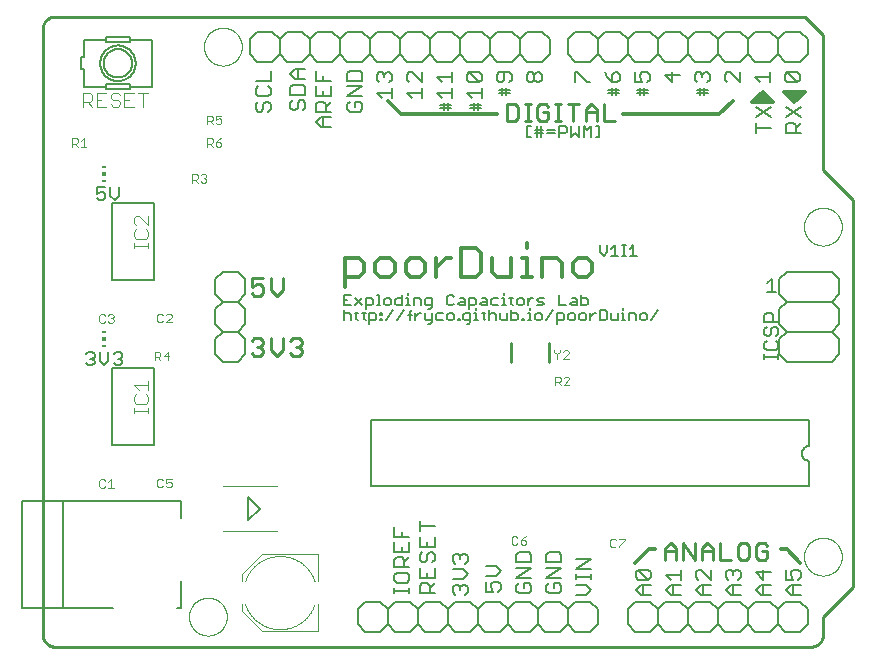
<source format=gto>
G75*
%MOIN*%
%OFA0B0*%
%FSLAX25Y25*%
%IPPOS*%
%LPD*%
%AMOC8*
5,1,8,0,0,1.08239X$1,22.5*
%
%ADD10C,0.01000*%
%ADD11C,0.01200*%
%ADD12C,0.00700*%
%ADD13C,0.01300*%
%ADD14C,0.00600*%
%ADD15C,0.00800*%
%ADD16C,0.00500*%
%ADD17C,0.00000*%
%ADD18C,0.01100*%
%ADD19C,0.00400*%
%ADD20R,0.01181X0.00591*%
%ADD21R,0.01181X0.01181*%
%ADD22C,0.00300*%
%ADD23C,0.00866*%
D10*
X0081798Y0009437D02*
X0081798Y0211563D01*
X0081800Y0211687D01*
X0081806Y0211810D01*
X0081815Y0211934D01*
X0081829Y0212056D01*
X0081846Y0212179D01*
X0081868Y0212301D01*
X0081893Y0212422D01*
X0081922Y0212542D01*
X0081954Y0212661D01*
X0081991Y0212780D01*
X0082031Y0212897D01*
X0082074Y0213012D01*
X0082122Y0213127D01*
X0082173Y0213239D01*
X0082227Y0213350D01*
X0082285Y0213460D01*
X0082346Y0213567D01*
X0082411Y0213673D01*
X0082479Y0213776D01*
X0082550Y0213877D01*
X0082624Y0213976D01*
X0082701Y0214073D01*
X0082782Y0214167D01*
X0082865Y0214258D01*
X0082951Y0214347D01*
X0083040Y0214433D01*
X0083131Y0214516D01*
X0083225Y0214597D01*
X0083322Y0214674D01*
X0083421Y0214748D01*
X0083522Y0214819D01*
X0083625Y0214887D01*
X0083731Y0214952D01*
X0083838Y0215013D01*
X0083948Y0215071D01*
X0084059Y0215125D01*
X0084171Y0215176D01*
X0084286Y0215224D01*
X0084401Y0215267D01*
X0084518Y0215307D01*
X0084637Y0215344D01*
X0084756Y0215376D01*
X0084876Y0215405D01*
X0084997Y0215430D01*
X0085119Y0215452D01*
X0085242Y0215469D01*
X0085364Y0215483D01*
X0085488Y0215492D01*
X0085611Y0215498D01*
X0085735Y0215500D01*
X0335798Y0215500D01*
X0341798Y0209500D01*
X0341798Y0164500D01*
X0351798Y0154500D01*
X0351798Y0025500D01*
X0341798Y0015500D01*
X0341798Y0009437D01*
X0341796Y0009313D01*
X0341790Y0009190D01*
X0341781Y0009066D01*
X0341767Y0008944D01*
X0341750Y0008821D01*
X0341728Y0008699D01*
X0341703Y0008578D01*
X0341674Y0008458D01*
X0341642Y0008339D01*
X0341605Y0008220D01*
X0341565Y0008103D01*
X0341522Y0007988D01*
X0341474Y0007873D01*
X0341423Y0007761D01*
X0341369Y0007650D01*
X0341311Y0007540D01*
X0341250Y0007433D01*
X0341185Y0007327D01*
X0341117Y0007224D01*
X0341046Y0007123D01*
X0340972Y0007024D01*
X0340895Y0006927D01*
X0340814Y0006833D01*
X0340731Y0006742D01*
X0340645Y0006653D01*
X0340556Y0006567D01*
X0340465Y0006484D01*
X0340371Y0006403D01*
X0340274Y0006326D01*
X0340175Y0006252D01*
X0340074Y0006181D01*
X0339971Y0006113D01*
X0339865Y0006048D01*
X0339758Y0005987D01*
X0339648Y0005929D01*
X0339537Y0005875D01*
X0339425Y0005824D01*
X0339310Y0005776D01*
X0339195Y0005733D01*
X0339078Y0005693D01*
X0338959Y0005656D01*
X0338840Y0005624D01*
X0338720Y0005595D01*
X0338599Y0005570D01*
X0338477Y0005548D01*
X0338354Y0005531D01*
X0338232Y0005517D01*
X0338108Y0005508D01*
X0337985Y0005502D01*
X0337861Y0005500D01*
X0085735Y0005500D01*
X0085611Y0005502D01*
X0085488Y0005508D01*
X0085364Y0005517D01*
X0085242Y0005531D01*
X0085119Y0005548D01*
X0084997Y0005570D01*
X0084876Y0005595D01*
X0084756Y0005624D01*
X0084637Y0005656D01*
X0084518Y0005693D01*
X0084401Y0005733D01*
X0084286Y0005776D01*
X0084171Y0005824D01*
X0084059Y0005875D01*
X0083948Y0005929D01*
X0083838Y0005987D01*
X0083731Y0006048D01*
X0083625Y0006113D01*
X0083522Y0006181D01*
X0083421Y0006252D01*
X0083322Y0006326D01*
X0083225Y0006403D01*
X0083131Y0006484D01*
X0083040Y0006567D01*
X0082951Y0006653D01*
X0082865Y0006742D01*
X0082782Y0006833D01*
X0082701Y0006927D01*
X0082624Y0007024D01*
X0082550Y0007123D01*
X0082479Y0007224D01*
X0082411Y0007327D01*
X0082346Y0007433D01*
X0082285Y0007540D01*
X0082227Y0007650D01*
X0082173Y0007761D01*
X0082122Y0007873D01*
X0082074Y0007988D01*
X0082031Y0008103D01*
X0081991Y0008220D01*
X0081954Y0008339D01*
X0081922Y0008458D01*
X0081893Y0008578D01*
X0081868Y0008699D01*
X0081846Y0008821D01*
X0081829Y0008944D01*
X0081815Y0009066D01*
X0081806Y0009190D01*
X0081800Y0009313D01*
X0081798Y0009437D01*
X0289192Y0034541D02*
X0289192Y0038277D01*
X0291060Y0040146D01*
X0292928Y0038277D01*
X0292928Y0034541D01*
X0295269Y0034541D02*
X0295269Y0040146D01*
X0299005Y0034541D01*
X0299005Y0040146D01*
X0301346Y0038277D02*
X0303214Y0040146D01*
X0305082Y0038277D01*
X0305082Y0034541D01*
X0307423Y0034541D02*
X0311160Y0034541D01*
X0313500Y0035475D02*
X0314434Y0034541D01*
X0316303Y0034541D01*
X0317237Y0035475D01*
X0317237Y0039212D01*
X0316303Y0040146D01*
X0314434Y0040146D01*
X0313500Y0039212D01*
X0313500Y0035475D01*
X0319577Y0035475D02*
X0320512Y0034541D01*
X0322380Y0034541D01*
X0323314Y0035475D01*
X0323314Y0037343D01*
X0321446Y0037343D01*
X0319577Y0035475D02*
X0319577Y0039212D01*
X0320512Y0040146D01*
X0322380Y0040146D01*
X0323314Y0039212D01*
X0307423Y0040146D02*
X0307423Y0034541D01*
X0305082Y0037343D02*
X0301346Y0037343D01*
X0301346Y0038277D02*
X0301346Y0034541D01*
X0292928Y0037343D02*
X0289192Y0037343D01*
X0272589Y0180859D02*
X0268853Y0180859D01*
X0268853Y0186464D01*
X0266512Y0184596D02*
X0266512Y0180859D01*
X0266512Y0183661D02*
X0262776Y0183661D01*
X0262776Y0184596D02*
X0262776Y0180859D01*
X0258567Y0180859D02*
X0258567Y0186464D01*
X0256699Y0186464D02*
X0260435Y0186464D01*
X0262776Y0184596D02*
X0264644Y0186464D01*
X0266512Y0184596D01*
X0254515Y0186464D02*
X0252647Y0186464D01*
X0253581Y0186464D02*
X0253581Y0180859D01*
X0252647Y0180859D02*
X0254515Y0180859D01*
X0250306Y0181793D02*
X0250306Y0183661D01*
X0248438Y0183661D01*
X0246570Y0181793D02*
X0247504Y0180859D01*
X0249372Y0180859D01*
X0250306Y0181793D01*
X0246570Y0181793D02*
X0246570Y0185530D01*
X0247504Y0186464D01*
X0249372Y0186464D01*
X0250306Y0185530D01*
X0244387Y0186464D02*
X0242518Y0186464D01*
X0243453Y0186464D02*
X0243453Y0180859D01*
X0244387Y0180859D02*
X0242518Y0180859D01*
X0240178Y0181793D02*
X0240178Y0185530D01*
X0239244Y0186464D01*
X0236441Y0186464D01*
X0236441Y0180859D01*
X0239244Y0180859D01*
X0240178Y0181793D01*
D11*
X0233298Y0183000D02*
X0201298Y0183000D01*
X0196798Y0187500D01*
X0275298Y0183000D02*
X0307298Y0183000D01*
X0311798Y0187500D01*
X0318298Y0187000D02*
X0321798Y0190500D01*
X0325298Y0187000D01*
X0318298Y0187000D01*
X0319798Y0187500D02*
X0321798Y0189500D01*
X0323798Y0187500D01*
X0320798Y0187500D01*
X0322298Y0188500D01*
X0328798Y0190500D02*
X0332298Y0187000D01*
X0335798Y0190500D01*
X0328798Y0190500D01*
X0330298Y0190000D02*
X0334298Y0190000D01*
X0332298Y0188000D01*
X0330798Y0189500D01*
X0332798Y0189500D01*
X0332298Y0189000D02*
X0332298Y0188500D01*
X0329798Y0038000D02*
X0327798Y0038000D01*
X0329798Y0038000D02*
X0334298Y0033500D01*
X0285798Y0038000D02*
X0283798Y0038000D01*
X0279298Y0033500D01*
D12*
X0280313Y0031081D02*
X0283583Y0027812D01*
X0284400Y0028629D01*
X0284400Y0030264D01*
X0283583Y0031081D01*
X0280313Y0031081D01*
X0279496Y0030264D01*
X0279496Y0028629D01*
X0280313Y0027812D01*
X0283583Y0027812D01*
X0284400Y0025925D02*
X0281131Y0025925D01*
X0279496Y0024290D01*
X0281131Y0022656D01*
X0284400Y0022656D01*
X0281948Y0022656D02*
X0281948Y0025925D01*
X0289496Y0024290D02*
X0291131Y0025925D01*
X0294400Y0025925D01*
X0294400Y0027812D02*
X0294400Y0031081D01*
X0294400Y0029447D02*
X0289496Y0029447D01*
X0291131Y0027812D01*
X0291948Y0025925D02*
X0291948Y0022656D01*
X0291131Y0022656D02*
X0289496Y0024290D01*
X0291131Y0022656D02*
X0294400Y0022656D01*
X0299496Y0024290D02*
X0301131Y0025925D01*
X0304400Y0025925D01*
X0304400Y0027812D02*
X0301131Y0031081D01*
X0300313Y0031081D01*
X0299496Y0030264D01*
X0299496Y0028629D01*
X0300313Y0027812D01*
X0301948Y0025925D02*
X0301948Y0022656D01*
X0301131Y0022656D02*
X0299496Y0024290D01*
X0301131Y0022656D02*
X0304400Y0022656D01*
X0309496Y0024290D02*
X0311131Y0025925D01*
X0314400Y0025925D01*
X0313583Y0027812D02*
X0314400Y0028629D01*
X0314400Y0030264D01*
X0313583Y0031081D01*
X0312765Y0031081D01*
X0311948Y0030264D01*
X0311948Y0029447D01*
X0311948Y0030264D02*
X0311131Y0031081D01*
X0310313Y0031081D01*
X0309496Y0030264D01*
X0309496Y0028629D01*
X0310313Y0027812D01*
X0311948Y0025925D02*
X0311948Y0022656D01*
X0311131Y0022656D02*
X0309496Y0024290D01*
X0311131Y0022656D02*
X0314400Y0022656D01*
X0319496Y0024290D02*
X0321131Y0025925D01*
X0324400Y0025925D01*
X0321948Y0025925D02*
X0321948Y0022656D01*
X0321131Y0022656D02*
X0319496Y0024290D01*
X0321131Y0022656D02*
X0324400Y0022656D01*
X0329496Y0024290D02*
X0331131Y0025925D01*
X0334400Y0025925D01*
X0333583Y0027812D02*
X0334400Y0028629D01*
X0334400Y0030264D01*
X0333583Y0031081D01*
X0331948Y0031081D01*
X0331131Y0030264D01*
X0331131Y0029447D01*
X0331948Y0027812D01*
X0329496Y0027812D01*
X0329496Y0031081D01*
X0324400Y0030264D02*
X0319496Y0030264D01*
X0321948Y0027812D01*
X0321948Y0031081D01*
X0331948Y0025925D02*
X0331948Y0022656D01*
X0331131Y0022656D02*
X0329496Y0024290D01*
X0331131Y0022656D02*
X0334400Y0022656D01*
X0304400Y0027812D02*
X0304400Y0031081D01*
X0264448Y0031444D02*
X0259544Y0031444D01*
X0264448Y0034713D01*
X0259544Y0034713D01*
X0254500Y0033696D02*
X0254500Y0036148D01*
X0253683Y0036965D01*
X0250413Y0036965D01*
X0249596Y0036148D01*
X0249596Y0033696D01*
X0254500Y0033696D01*
X0254500Y0031809D02*
X0249596Y0031809D01*
X0249596Y0028539D02*
X0254500Y0031809D01*
X0259544Y0029641D02*
X0259544Y0028006D01*
X0259544Y0028824D02*
X0264448Y0028824D01*
X0264448Y0029641D02*
X0264448Y0028006D01*
X0262813Y0026119D02*
X0259544Y0026119D01*
X0259544Y0022850D02*
X0262813Y0022850D01*
X0264448Y0024485D01*
X0262813Y0026119D01*
X0254500Y0025835D02*
X0254500Y0024200D01*
X0253683Y0023383D01*
X0250413Y0023383D01*
X0249596Y0024200D01*
X0249596Y0025835D01*
X0250413Y0026653D01*
X0252048Y0026653D02*
X0252048Y0025018D01*
X0252048Y0026653D02*
X0253683Y0026653D01*
X0254500Y0025835D01*
X0254500Y0028539D02*
X0249596Y0028539D01*
X0244500Y0028539D02*
X0239596Y0028539D01*
X0244500Y0031809D01*
X0239596Y0031809D01*
X0239596Y0033696D02*
X0239596Y0036148D01*
X0240413Y0036965D01*
X0243683Y0036965D01*
X0244500Y0036148D01*
X0244500Y0033696D01*
X0239596Y0033696D01*
X0234448Y0030641D02*
X0232813Y0029006D01*
X0229544Y0029006D01*
X0229544Y0027119D02*
X0229544Y0023850D01*
X0231996Y0023850D01*
X0231179Y0025485D01*
X0231179Y0026302D01*
X0231996Y0027119D01*
X0233631Y0027119D01*
X0234448Y0026302D01*
X0234448Y0024667D01*
X0233631Y0023850D01*
X0239596Y0024200D02*
X0240413Y0023383D01*
X0243683Y0023383D01*
X0244500Y0024200D01*
X0244500Y0025835D01*
X0243683Y0026653D01*
X0242048Y0026653D01*
X0242048Y0025018D01*
X0240413Y0026653D02*
X0239596Y0025835D01*
X0239596Y0024200D01*
X0234448Y0030641D02*
X0232813Y0032276D01*
X0229544Y0032276D01*
X0228048Y0188537D02*
X0228048Y0191807D01*
X0228048Y0190172D02*
X0223144Y0190172D01*
X0224779Y0188537D01*
X0218048Y0188537D02*
X0218048Y0191807D01*
X0218048Y0190172D02*
X0213144Y0190172D01*
X0214779Y0188537D01*
X0208048Y0188537D02*
X0208048Y0191807D01*
X0208048Y0190172D02*
X0203144Y0190172D01*
X0204779Y0188537D01*
X0198048Y0188537D02*
X0198048Y0191807D01*
X0198048Y0190172D02*
X0193144Y0190172D01*
X0194779Y0188537D01*
X0193961Y0193694D02*
X0193144Y0194511D01*
X0193144Y0196146D01*
X0193961Y0196963D01*
X0194779Y0196963D01*
X0195596Y0196146D01*
X0196413Y0196963D01*
X0197231Y0196963D01*
X0198048Y0196146D01*
X0198048Y0194511D01*
X0197231Y0193694D01*
X0195596Y0195328D02*
X0195596Y0196146D01*
X0203144Y0196146D02*
X0203144Y0194511D01*
X0203961Y0193694D01*
X0203144Y0196146D02*
X0203961Y0196963D01*
X0204779Y0196963D01*
X0208048Y0193694D01*
X0208048Y0196963D01*
X0213144Y0195328D02*
X0214779Y0193694D01*
X0213144Y0195328D02*
X0218048Y0195328D01*
X0218048Y0193694D02*
X0218048Y0196963D01*
X0223144Y0196146D02*
X0223144Y0194511D01*
X0223961Y0193694D01*
X0227231Y0193694D01*
X0223961Y0196963D01*
X0227231Y0196963D01*
X0228048Y0196146D01*
X0228048Y0194511D01*
X0227231Y0193694D01*
X0223961Y0196963D02*
X0223144Y0196146D01*
X0233144Y0196146D02*
X0233144Y0194511D01*
X0233961Y0193694D01*
X0234779Y0193694D01*
X0235596Y0194511D01*
X0235596Y0196963D01*
X0237231Y0196963D02*
X0233961Y0196963D01*
X0233144Y0196146D01*
X0237231Y0196963D02*
X0238048Y0196146D01*
X0238048Y0194511D01*
X0237231Y0193694D01*
X0243144Y0194511D02*
X0243144Y0196146D01*
X0243961Y0196963D01*
X0244779Y0196963D01*
X0245596Y0196146D01*
X0245596Y0194511D01*
X0244779Y0193694D01*
X0243961Y0193694D01*
X0243144Y0194511D01*
X0245596Y0194511D02*
X0246413Y0193694D01*
X0247231Y0193694D01*
X0248048Y0194511D01*
X0248048Y0196146D01*
X0247231Y0196963D01*
X0246413Y0196963D01*
X0245596Y0196146D01*
X0259144Y0196963D02*
X0259144Y0193694D01*
X0259144Y0196963D02*
X0259961Y0196963D01*
X0263231Y0193694D01*
X0264048Y0193694D01*
X0269144Y0196963D02*
X0269961Y0195328D01*
X0271596Y0193694D01*
X0271596Y0196146D01*
X0272413Y0196963D01*
X0273231Y0196963D01*
X0274048Y0196146D01*
X0274048Y0194511D01*
X0273231Y0193694D01*
X0271596Y0193694D01*
X0279144Y0193694D02*
X0279144Y0196963D01*
X0280779Y0196146D02*
X0281596Y0196963D01*
X0283231Y0196963D01*
X0284048Y0196146D01*
X0284048Y0194511D01*
X0283231Y0193694D01*
X0281596Y0193694D02*
X0280779Y0195328D01*
X0280779Y0196146D01*
X0281596Y0193694D02*
X0279144Y0193694D01*
X0289144Y0196146D02*
X0291596Y0193694D01*
X0291596Y0196963D01*
X0294048Y0196146D02*
X0289144Y0196146D01*
X0299144Y0196146D02*
X0299144Y0194511D01*
X0299961Y0193694D01*
X0301596Y0195328D02*
X0301596Y0196146D01*
X0302413Y0196963D01*
X0303231Y0196963D01*
X0304048Y0196146D01*
X0304048Y0194511D01*
X0303231Y0193694D01*
X0301596Y0196146D02*
X0300779Y0196963D01*
X0299961Y0196963D01*
X0299144Y0196146D01*
X0309144Y0196146D02*
X0309144Y0194511D01*
X0309961Y0193694D01*
X0309144Y0196146D02*
X0309961Y0196963D01*
X0310779Y0196963D01*
X0314048Y0193694D01*
X0314048Y0196963D01*
X0319144Y0195328D02*
X0324048Y0195328D01*
X0324048Y0193694D02*
X0324048Y0196963D01*
X0320779Y0193694D02*
X0319144Y0195328D01*
X0329144Y0194511D02*
X0329144Y0196146D01*
X0329961Y0196963D01*
X0333231Y0193694D01*
X0334048Y0194511D01*
X0334048Y0196146D01*
X0333231Y0196963D01*
X0329961Y0196963D01*
X0329144Y0194511D02*
X0329961Y0193694D01*
X0333231Y0193694D01*
D13*
X0243150Y0139976D02*
X0243150Y0138358D01*
X0243150Y0135122D02*
X0243150Y0128650D01*
X0241532Y0128650D02*
X0244768Y0128650D01*
X0248284Y0128650D02*
X0248284Y0135122D01*
X0253138Y0135122D01*
X0254756Y0133504D01*
X0254756Y0128650D01*
X0258413Y0130268D02*
X0260031Y0128650D01*
X0263267Y0128650D01*
X0264885Y0130268D01*
X0264885Y0133504D01*
X0263267Y0135122D01*
X0260031Y0135122D01*
X0258413Y0133504D01*
X0258413Y0130268D01*
X0243150Y0135122D02*
X0241532Y0135122D01*
X0237875Y0135122D02*
X0237875Y0128650D01*
X0233021Y0128650D01*
X0231403Y0130268D01*
X0231403Y0135122D01*
X0227747Y0136740D02*
X0226129Y0138358D01*
X0221274Y0138358D01*
X0221274Y0128650D01*
X0226129Y0128650D01*
X0227747Y0130268D01*
X0227747Y0136740D01*
X0217688Y0135122D02*
X0216070Y0135122D01*
X0212834Y0131886D01*
X0212834Y0128650D02*
X0212834Y0135122D01*
X0209177Y0133504D02*
X0207559Y0135122D01*
X0204323Y0135122D01*
X0202705Y0133504D01*
X0202705Y0130268D01*
X0204323Y0128650D01*
X0207559Y0128650D01*
X0209177Y0130268D01*
X0209177Y0133504D01*
X0199049Y0133504D02*
X0199049Y0130268D01*
X0197431Y0128650D01*
X0194195Y0128650D01*
X0192577Y0130268D01*
X0192577Y0133504D01*
X0194195Y0135122D01*
X0197431Y0135122D01*
X0199049Y0133504D01*
X0188920Y0133504D02*
X0188920Y0130268D01*
X0187302Y0128650D01*
X0182448Y0128650D01*
X0182448Y0125414D02*
X0182448Y0135122D01*
X0187302Y0135122D01*
X0188920Y0133504D01*
D14*
X0149298Y0128000D02*
X0149298Y0123000D01*
X0146798Y0120500D01*
X0149298Y0118000D01*
X0149298Y0113000D01*
X0146798Y0110500D01*
X0149298Y0108000D01*
X0149298Y0103000D01*
X0146798Y0100500D01*
X0141798Y0100500D01*
X0139298Y0103000D01*
X0139298Y0108000D01*
X0141798Y0110500D01*
X0139298Y0113000D01*
X0139298Y0118000D01*
X0141798Y0120500D01*
X0139298Y0123000D01*
X0139298Y0128000D01*
X0141798Y0130500D01*
X0146798Y0130500D01*
X0149298Y0128000D01*
X0146798Y0120500D02*
X0141798Y0120500D01*
X0141798Y0110500D02*
X0146798Y0110500D01*
X0191298Y0081000D02*
X0191298Y0059000D01*
X0337298Y0059000D01*
X0337298Y0067500D01*
X0337200Y0067502D01*
X0337102Y0067508D01*
X0337004Y0067517D01*
X0336907Y0067531D01*
X0336810Y0067548D01*
X0336714Y0067569D01*
X0336619Y0067594D01*
X0336525Y0067622D01*
X0336433Y0067655D01*
X0336341Y0067690D01*
X0336251Y0067730D01*
X0336163Y0067772D01*
X0336076Y0067819D01*
X0335992Y0067868D01*
X0335909Y0067921D01*
X0335829Y0067977D01*
X0335750Y0068037D01*
X0335674Y0068099D01*
X0335601Y0068164D01*
X0335530Y0068232D01*
X0335462Y0068303D01*
X0335397Y0068376D01*
X0335335Y0068452D01*
X0335275Y0068531D01*
X0335219Y0068611D01*
X0335166Y0068694D01*
X0335117Y0068778D01*
X0335070Y0068865D01*
X0335028Y0068953D01*
X0334988Y0069043D01*
X0334953Y0069135D01*
X0334920Y0069227D01*
X0334892Y0069321D01*
X0334867Y0069416D01*
X0334846Y0069512D01*
X0334829Y0069609D01*
X0334815Y0069706D01*
X0334806Y0069804D01*
X0334800Y0069902D01*
X0334798Y0070000D01*
X0334800Y0070098D01*
X0334806Y0070196D01*
X0334815Y0070294D01*
X0334829Y0070391D01*
X0334846Y0070488D01*
X0334867Y0070584D01*
X0334892Y0070679D01*
X0334920Y0070773D01*
X0334953Y0070865D01*
X0334988Y0070957D01*
X0335028Y0071047D01*
X0335070Y0071135D01*
X0335117Y0071222D01*
X0335166Y0071306D01*
X0335219Y0071389D01*
X0335275Y0071469D01*
X0335335Y0071548D01*
X0335397Y0071624D01*
X0335462Y0071697D01*
X0335530Y0071768D01*
X0335601Y0071836D01*
X0335674Y0071901D01*
X0335750Y0071963D01*
X0335829Y0072023D01*
X0335909Y0072079D01*
X0335992Y0072132D01*
X0336076Y0072181D01*
X0336163Y0072228D01*
X0336251Y0072270D01*
X0336341Y0072310D01*
X0336433Y0072345D01*
X0336525Y0072378D01*
X0336619Y0072406D01*
X0336714Y0072431D01*
X0336810Y0072452D01*
X0336907Y0072469D01*
X0337004Y0072483D01*
X0337102Y0072492D01*
X0337200Y0072498D01*
X0337298Y0072500D01*
X0337298Y0081000D01*
X0191298Y0081000D01*
X0207494Y0047262D02*
X0207494Y0043926D01*
X0207494Y0045594D02*
X0212498Y0045594D01*
X0212498Y0042105D02*
X0212498Y0038769D01*
X0207494Y0038769D01*
X0207494Y0042105D01*
X0209996Y0040437D02*
X0209996Y0038769D01*
X0210830Y0036949D02*
X0211664Y0036949D01*
X0212498Y0036115D01*
X0212498Y0034447D01*
X0211664Y0033613D01*
X0209996Y0034447D02*
X0209996Y0036115D01*
X0210830Y0036949D01*
X0208328Y0036949D02*
X0207494Y0036115D01*
X0207494Y0034447D01*
X0208328Y0033613D01*
X0209162Y0033613D01*
X0209996Y0034447D01*
X0212498Y0031793D02*
X0212498Y0028456D01*
X0207494Y0028456D01*
X0207494Y0031793D01*
X0209996Y0030124D02*
X0209996Y0028456D01*
X0209996Y0026636D02*
X0210830Y0025802D01*
X0210830Y0023300D01*
X0212498Y0023300D02*
X0207494Y0023300D01*
X0207494Y0025802D01*
X0208328Y0026636D01*
X0209996Y0026636D01*
X0210830Y0024968D02*
X0212498Y0026636D01*
X0218494Y0027956D02*
X0221830Y0027956D01*
X0223498Y0029624D01*
X0221830Y0031293D01*
X0218494Y0031293D01*
X0219328Y0033113D02*
X0218494Y0033947D01*
X0218494Y0035615D01*
X0219328Y0036449D01*
X0220162Y0036449D01*
X0220996Y0035615D01*
X0221830Y0036449D01*
X0222664Y0036449D01*
X0223498Y0035615D01*
X0223498Y0033947D01*
X0222664Y0033113D01*
X0220996Y0034781D02*
X0220996Y0035615D01*
X0203998Y0035230D02*
X0202330Y0033562D01*
X0202330Y0034396D02*
X0202330Y0031894D01*
X0203998Y0031894D02*
X0198994Y0031894D01*
X0198994Y0034396D01*
X0199828Y0035230D01*
X0201496Y0035230D01*
X0202330Y0034396D01*
X0201496Y0037050D02*
X0201496Y0038718D01*
X0198994Y0037050D02*
X0203998Y0037050D01*
X0203998Y0040387D01*
X0203998Y0042207D02*
X0198994Y0042207D01*
X0198994Y0045543D01*
X0201496Y0043875D02*
X0201496Y0042207D01*
X0198994Y0040387D02*
X0198994Y0037050D01*
X0199828Y0030074D02*
X0198994Y0029240D01*
X0198994Y0027572D01*
X0199828Y0026738D01*
X0203164Y0026738D01*
X0203998Y0027572D01*
X0203998Y0029240D01*
X0203164Y0030074D01*
X0199828Y0030074D01*
X0198994Y0024968D02*
X0198994Y0023300D01*
X0198994Y0024134D02*
X0203998Y0024134D01*
X0203998Y0023300D02*
X0203998Y0024968D01*
X0204298Y0020500D02*
X0199298Y0020500D01*
X0196798Y0018000D01*
X0196798Y0013000D01*
X0199298Y0010500D01*
X0204298Y0010500D01*
X0206798Y0013000D01*
X0206798Y0018000D01*
X0204298Y0020500D01*
X0206798Y0018000D02*
X0209298Y0020500D01*
X0214298Y0020500D01*
X0216798Y0018000D01*
X0219298Y0020500D01*
X0224298Y0020500D01*
X0226798Y0018000D01*
X0229298Y0020500D01*
X0234298Y0020500D01*
X0236798Y0018000D01*
X0236798Y0013000D01*
X0234298Y0010500D01*
X0229298Y0010500D01*
X0226798Y0013000D01*
X0224298Y0010500D01*
X0219298Y0010500D01*
X0216798Y0013000D01*
X0214298Y0010500D01*
X0209298Y0010500D01*
X0206798Y0013000D01*
X0196798Y0013000D02*
X0194298Y0010500D01*
X0189298Y0010500D01*
X0186798Y0013000D01*
X0186798Y0018000D01*
X0189298Y0020500D01*
X0194298Y0020500D01*
X0196798Y0018000D01*
X0216798Y0018000D02*
X0216798Y0013000D01*
X0226798Y0013000D02*
X0226798Y0018000D01*
X0222664Y0022800D02*
X0223498Y0023634D01*
X0223498Y0025302D01*
X0222664Y0026136D01*
X0221830Y0026136D01*
X0220996Y0025302D01*
X0220996Y0024468D01*
X0220996Y0025302D02*
X0220162Y0026136D01*
X0219328Y0026136D01*
X0218494Y0025302D01*
X0218494Y0023634D01*
X0219328Y0022800D01*
X0236798Y0018000D02*
X0239298Y0020500D01*
X0244298Y0020500D01*
X0246798Y0018000D01*
X0249298Y0020500D01*
X0254298Y0020500D01*
X0256798Y0018000D01*
X0259298Y0020500D01*
X0264298Y0020500D01*
X0266798Y0018000D01*
X0266798Y0013000D01*
X0264298Y0010500D01*
X0259298Y0010500D01*
X0256798Y0013000D01*
X0254298Y0010500D01*
X0249298Y0010500D01*
X0246798Y0013000D01*
X0244298Y0010500D01*
X0239298Y0010500D01*
X0236798Y0013000D01*
X0246798Y0013000D02*
X0246798Y0018000D01*
X0256798Y0018000D02*
X0256798Y0013000D01*
X0276798Y0013000D02*
X0279298Y0010500D01*
X0284298Y0010500D01*
X0286798Y0013000D01*
X0289298Y0010500D01*
X0294298Y0010500D01*
X0296798Y0013000D01*
X0296798Y0018000D01*
X0294298Y0020500D01*
X0289298Y0020500D01*
X0286798Y0018000D01*
X0286798Y0013000D01*
X0276798Y0013000D02*
X0276798Y0018000D01*
X0279298Y0020500D01*
X0284298Y0020500D01*
X0286798Y0018000D01*
X0296798Y0018000D02*
X0299298Y0020500D01*
X0304298Y0020500D01*
X0306798Y0018000D01*
X0309298Y0020500D01*
X0314298Y0020500D01*
X0316798Y0018000D01*
X0319298Y0020500D01*
X0324298Y0020500D01*
X0326798Y0018000D01*
X0329298Y0020500D01*
X0334298Y0020500D01*
X0336798Y0018000D01*
X0336798Y0013000D01*
X0334298Y0010500D01*
X0329298Y0010500D01*
X0326798Y0013000D01*
X0324298Y0010500D01*
X0319298Y0010500D01*
X0316798Y0013000D01*
X0314298Y0010500D01*
X0309298Y0010500D01*
X0306798Y0013000D01*
X0304298Y0010500D01*
X0299298Y0010500D01*
X0296798Y0013000D01*
X0306798Y0013000D02*
X0306798Y0018000D01*
X0316798Y0018000D02*
X0316798Y0013000D01*
X0326798Y0013000D02*
X0326798Y0018000D01*
X0329798Y0100500D02*
X0344798Y0100500D01*
X0347298Y0103000D01*
X0347298Y0108000D01*
X0344798Y0110500D01*
X0329798Y0110500D01*
X0327298Y0108000D01*
X0327298Y0103000D01*
X0329798Y0100500D01*
X0329798Y0110500D02*
X0327298Y0113000D01*
X0327298Y0118000D01*
X0329798Y0120500D01*
X0344798Y0120500D01*
X0347298Y0118000D01*
X0347298Y0113000D01*
X0344798Y0110500D01*
X0344798Y0120500D02*
X0347298Y0123000D01*
X0347298Y0128000D01*
X0344798Y0130500D01*
X0329798Y0130500D01*
X0327298Y0128000D01*
X0327298Y0123000D01*
X0329798Y0120500D01*
X0267324Y0175300D02*
X0267324Y0179103D01*
X0266056Y0179103D01*
X0264540Y0179103D02*
X0264540Y0175300D01*
X0266056Y0175300D02*
X0267324Y0175300D01*
X0262005Y0175300D02*
X0262005Y0179103D01*
X0263273Y0177835D01*
X0264540Y0179103D01*
X0260489Y0179103D02*
X0260489Y0175300D01*
X0259221Y0176568D01*
X0257953Y0175300D01*
X0257953Y0179103D01*
X0256437Y0178469D02*
X0256437Y0177202D01*
X0255803Y0176568D01*
X0253902Y0176568D01*
X0253902Y0175300D02*
X0253902Y0179103D01*
X0255803Y0179103D01*
X0256437Y0178469D01*
X0252386Y0177835D02*
X0249850Y0177835D01*
X0249850Y0176568D02*
X0252386Y0176568D01*
X0248334Y0176568D02*
X0245799Y0176568D01*
X0245799Y0177835D02*
X0247701Y0177835D01*
X0248334Y0177835D01*
X0247701Y0179103D02*
X0247701Y0175300D01*
X0246433Y0175300D02*
X0246433Y0179103D01*
X0244366Y0179103D02*
X0243098Y0179103D01*
X0243098Y0175300D01*
X0244366Y0175300D01*
X0227998Y0184934D02*
X0224195Y0184934D01*
X0224195Y0186202D02*
X0227998Y0186202D01*
X0226730Y0186835D02*
X0226730Y0184300D01*
X0225462Y0184300D02*
X0225462Y0186202D01*
X0225462Y0186835D01*
X0233695Y0189934D02*
X0237498Y0189934D01*
X0237498Y0191202D02*
X0233695Y0191202D01*
X0234962Y0191202D02*
X0234962Y0189300D01*
X0236230Y0189300D02*
X0236230Y0191835D01*
X0234962Y0191835D02*
X0234962Y0191202D01*
X0233298Y0200500D02*
X0230798Y0203000D01*
X0230798Y0208000D01*
X0233298Y0210500D01*
X0238298Y0210500D01*
X0240798Y0208000D01*
X0243298Y0210500D01*
X0248298Y0210500D01*
X0250798Y0208000D01*
X0250798Y0203000D01*
X0248298Y0200500D01*
X0243298Y0200500D01*
X0240798Y0203000D01*
X0238298Y0200500D01*
X0233298Y0200500D01*
X0230798Y0203000D02*
X0228298Y0200500D01*
X0223298Y0200500D01*
X0220798Y0203000D01*
X0218298Y0200500D01*
X0213298Y0200500D01*
X0210798Y0203000D01*
X0208298Y0200500D01*
X0203298Y0200500D01*
X0200798Y0203000D01*
X0200798Y0208000D01*
X0203298Y0210500D01*
X0208298Y0210500D01*
X0210798Y0208000D01*
X0213298Y0210500D01*
X0218298Y0210500D01*
X0220798Y0208000D01*
X0223298Y0210500D01*
X0228298Y0210500D01*
X0230798Y0208000D01*
X0240798Y0208000D02*
X0240798Y0203000D01*
X0256798Y0203000D02*
X0256798Y0208000D01*
X0259298Y0210500D01*
X0264298Y0210500D01*
X0266798Y0208000D01*
X0269298Y0210500D01*
X0274298Y0210500D01*
X0276798Y0208000D01*
X0279298Y0210500D01*
X0284298Y0210500D01*
X0286798Y0208000D01*
X0289298Y0210500D01*
X0294298Y0210500D01*
X0296798Y0208000D01*
X0299298Y0210500D01*
X0304298Y0210500D01*
X0306798Y0208000D01*
X0309298Y0210500D01*
X0314298Y0210500D01*
X0316798Y0208000D01*
X0319298Y0210500D01*
X0324298Y0210500D01*
X0326798Y0208000D01*
X0329298Y0210500D01*
X0334298Y0210500D01*
X0336798Y0208000D01*
X0336798Y0203000D01*
X0334298Y0200500D01*
X0329298Y0200500D01*
X0326798Y0203000D01*
X0324298Y0200500D01*
X0319298Y0200500D01*
X0316798Y0203000D01*
X0316798Y0208000D01*
X0316798Y0203000D02*
X0314298Y0200500D01*
X0309298Y0200500D01*
X0306798Y0203000D01*
X0304298Y0200500D01*
X0299298Y0200500D01*
X0296798Y0203000D01*
X0294298Y0200500D01*
X0289298Y0200500D01*
X0286798Y0203000D01*
X0286798Y0208000D01*
X0286798Y0203000D02*
X0284298Y0200500D01*
X0279298Y0200500D01*
X0276798Y0203000D01*
X0274298Y0200500D01*
X0269298Y0200500D01*
X0266798Y0203000D01*
X0264298Y0200500D01*
X0259298Y0200500D01*
X0256798Y0203000D01*
X0266798Y0203000D02*
X0266798Y0208000D01*
X0276798Y0208000D02*
X0276798Y0203000D01*
X0296798Y0203000D02*
X0296798Y0208000D01*
X0306798Y0208000D02*
X0306798Y0203000D01*
X0326798Y0203000D02*
X0326798Y0208000D01*
X0303498Y0191202D02*
X0299695Y0191202D01*
X0300963Y0191202D02*
X0300963Y0191835D01*
X0300963Y0191202D02*
X0300963Y0189300D01*
X0302230Y0189300D02*
X0302230Y0191835D01*
X0303498Y0189934D02*
X0299695Y0189934D01*
X0283498Y0189934D02*
X0279695Y0189934D01*
X0279695Y0191202D02*
X0283498Y0191202D01*
X0282230Y0191835D02*
X0282230Y0189300D01*
X0280963Y0189300D02*
X0280963Y0191202D01*
X0280963Y0191835D01*
X0273998Y0191202D02*
X0270195Y0191202D01*
X0271463Y0191202D02*
X0271463Y0189300D01*
X0272730Y0189300D02*
X0272730Y0191835D01*
X0271463Y0191835D02*
X0271463Y0191202D01*
X0270195Y0189934D02*
X0273998Y0189934D01*
X0319476Y0185341D02*
X0324481Y0182004D01*
X0324481Y0185341D02*
X0319476Y0182004D01*
X0319476Y0180184D02*
X0319476Y0176848D01*
X0319476Y0178516D02*
X0324481Y0178516D01*
X0329494Y0179302D02*
X0329494Y0176800D01*
X0334498Y0176800D01*
X0332830Y0176800D02*
X0332830Y0179302D01*
X0331996Y0180136D01*
X0330328Y0180136D01*
X0329494Y0179302D01*
X0329494Y0181956D02*
X0334498Y0185293D01*
X0334498Y0181956D02*
X0329494Y0185293D01*
X0334498Y0180136D02*
X0332830Y0178468D01*
X0220798Y0203000D02*
X0220798Y0208000D01*
X0210798Y0208000D02*
X0210798Y0203000D01*
X0200798Y0203000D02*
X0198298Y0200500D01*
X0193298Y0200500D01*
X0190798Y0203000D01*
X0188298Y0200500D01*
X0183298Y0200500D01*
X0180798Y0203000D01*
X0178298Y0200500D01*
X0173298Y0200500D01*
X0170798Y0203000D01*
X0170798Y0208000D01*
X0173298Y0210500D01*
X0178298Y0210500D01*
X0180798Y0208000D01*
X0183298Y0210500D01*
X0188298Y0210500D01*
X0190798Y0208000D01*
X0193298Y0210500D01*
X0198298Y0210500D01*
X0200798Y0208000D01*
X0190798Y0208000D02*
X0190798Y0203000D01*
X0180798Y0203000D02*
X0180798Y0208000D01*
X0170798Y0208000D02*
X0168298Y0210500D01*
X0163298Y0210500D01*
X0160798Y0208000D01*
X0158298Y0210500D01*
X0153298Y0210500D01*
X0150798Y0208000D01*
X0150798Y0203000D01*
X0153298Y0200500D01*
X0158298Y0200500D01*
X0160798Y0203000D01*
X0160798Y0208000D01*
X0160798Y0203000D02*
X0163298Y0200500D01*
X0168298Y0200500D01*
X0170798Y0203000D01*
X0169215Y0198032D02*
X0165879Y0198032D01*
X0164211Y0196364D01*
X0165879Y0194696D01*
X0169215Y0194696D01*
X0168381Y0192875D02*
X0165045Y0192875D01*
X0164211Y0192041D01*
X0164211Y0189539D01*
X0169215Y0189539D01*
X0169215Y0192041D01*
X0168381Y0192875D01*
X0166713Y0194696D02*
X0166713Y0198032D01*
X0172711Y0197532D02*
X0172711Y0194196D01*
X0177715Y0194196D01*
X0177715Y0192375D02*
X0177715Y0189039D01*
X0172711Y0189039D01*
X0172711Y0192375D01*
X0175213Y0190707D02*
X0175213Y0189039D01*
X0175213Y0187219D02*
X0176047Y0186385D01*
X0176047Y0183883D01*
X0176047Y0185551D02*
X0177715Y0187219D01*
X0175213Y0187219D02*
X0173545Y0187219D01*
X0172711Y0186385D01*
X0172711Y0183883D01*
X0177715Y0183883D01*
X0177715Y0182063D02*
X0174379Y0182063D01*
X0172711Y0180394D01*
X0174379Y0178726D01*
X0177715Y0178726D01*
X0175213Y0178726D02*
X0175213Y0182063D01*
X0169215Y0185217D02*
X0168381Y0184383D01*
X0169215Y0185217D02*
X0169215Y0186885D01*
X0168381Y0187719D01*
X0167547Y0187719D01*
X0166713Y0186885D01*
X0166713Y0185217D01*
X0165879Y0184383D01*
X0165045Y0184383D01*
X0164211Y0185217D01*
X0164211Y0186885D01*
X0165045Y0187719D01*
X0157715Y0186385D02*
X0157715Y0184717D01*
X0156881Y0183883D01*
X0155213Y0184717D02*
X0154379Y0183883D01*
X0153545Y0183883D01*
X0152711Y0184717D01*
X0152711Y0186385D01*
X0153545Y0187219D01*
X0153545Y0189039D02*
X0152711Y0189873D01*
X0152711Y0191541D01*
X0153545Y0192375D01*
X0152711Y0194196D02*
X0157715Y0194196D01*
X0157715Y0197532D01*
X0156881Y0192375D02*
X0157715Y0191541D01*
X0157715Y0189873D01*
X0156881Y0189039D01*
X0153545Y0189039D01*
X0156047Y0187219D02*
X0156881Y0187219D01*
X0157715Y0186385D01*
X0156047Y0187219D02*
X0155213Y0186385D01*
X0155213Y0184717D01*
X0175213Y0194196D02*
X0175213Y0195864D01*
X0183169Y0196598D02*
X0183169Y0194096D01*
X0188173Y0194096D01*
X0188173Y0196598D01*
X0187339Y0197432D01*
X0184003Y0197432D01*
X0183169Y0196598D01*
X0183169Y0192275D02*
X0188173Y0192275D01*
X0183169Y0188939D01*
X0188173Y0188939D01*
X0187339Y0187119D02*
X0185671Y0187119D01*
X0185671Y0185451D01*
X0187339Y0187119D02*
X0188173Y0186285D01*
X0188173Y0184617D01*
X0187339Y0183783D01*
X0184003Y0183783D01*
X0183169Y0184617D01*
X0183169Y0186285D01*
X0184003Y0187119D01*
X0214195Y0186202D02*
X0217998Y0186202D01*
X0217998Y0184934D02*
X0214195Y0184934D01*
X0215462Y0184300D02*
X0215462Y0186202D01*
X0215462Y0186835D01*
X0216730Y0186835D02*
X0216730Y0184300D01*
D15*
X0118798Y0153402D02*
X0118798Y0127598D01*
X0104798Y0127598D01*
X0104798Y0153402D01*
X0118798Y0153402D01*
X0107104Y0155801D02*
X0105703Y0154400D01*
X0104302Y0155801D01*
X0104302Y0158604D01*
X0102500Y0158604D02*
X0099698Y0158604D01*
X0099698Y0156502D01*
X0101099Y0157202D01*
X0101800Y0157202D01*
X0102500Y0156502D01*
X0102500Y0155101D01*
X0101800Y0154400D01*
X0100399Y0154400D01*
X0099698Y0155101D01*
X0107104Y0155801D02*
X0107104Y0158604D01*
X0107508Y0103604D02*
X0108208Y0102903D01*
X0108208Y0102202D01*
X0107508Y0101502D01*
X0108208Y0100801D01*
X0108208Y0100101D01*
X0107508Y0099400D01*
X0106106Y0099400D01*
X0105406Y0100101D01*
X0104798Y0098402D02*
X0118798Y0098402D01*
X0118798Y0072598D01*
X0104798Y0072598D01*
X0104798Y0098402D01*
X0103604Y0100801D02*
X0103604Y0103604D01*
X0105406Y0102903D02*
X0106106Y0103604D01*
X0107508Y0103604D01*
X0107508Y0101502D02*
X0106807Y0101502D01*
X0103604Y0100801D02*
X0102203Y0099400D01*
X0100802Y0100801D01*
X0100802Y0103604D01*
X0099000Y0102903D02*
X0099000Y0102202D01*
X0098300Y0101502D01*
X0099000Y0100801D01*
X0099000Y0100101D01*
X0098300Y0099400D01*
X0096899Y0099400D01*
X0096198Y0100101D01*
X0097599Y0101502D02*
X0098300Y0101502D01*
X0099000Y0102903D02*
X0098300Y0103604D01*
X0096899Y0103604D01*
X0096198Y0102903D01*
X0150038Y0055437D02*
X0150038Y0047563D01*
X0154066Y0051500D01*
X0150038Y0055437D01*
X0323326Y0123791D02*
X0326128Y0123791D01*
X0324727Y0123791D02*
X0324727Y0127995D01*
X0323326Y0126594D01*
D16*
X0105298Y0018500D02*
X0074698Y0018500D01*
X0074698Y0053900D01*
X0088398Y0053900D01*
X0088398Y0018600D01*
X0126548Y0018500D02*
X0127798Y0018500D01*
X0127798Y0027250D01*
X0127798Y0048500D02*
X0127798Y0053900D01*
X0088398Y0053900D01*
X0190642Y0113082D02*
X0190642Y0116585D01*
X0192393Y0116585D01*
X0192977Y0116001D01*
X0192977Y0114834D01*
X0192393Y0114250D01*
X0190642Y0114250D01*
X0189354Y0114250D02*
X0188770Y0114834D01*
X0188770Y0117169D01*
X0188187Y0116585D02*
X0189354Y0116585D01*
X0189414Y0118082D02*
X0189414Y0121585D01*
X0191166Y0121585D01*
X0191750Y0121001D01*
X0191750Y0119834D01*
X0191166Y0119250D01*
X0189414Y0119250D01*
X0188066Y0119250D02*
X0185731Y0121585D01*
X0184383Y0122753D02*
X0182048Y0122753D01*
X0182048Y0119250D01*
X0184383Y0119250D01*
X0185731Y0119250D02*
X0188066Y0121585D01*
X0183216Y0121001D02*
X0182048Y0121001D01*
X0182048Y0117753D02*
X0182048Y0114250D01*
X0182048Y0116001D02*
X0182632Y0116585D01*
X0183799Y0116585D01*
X0184383Y0116001D01*
X0184383Y0114250D01*
X0186315Y0114834D02*
X0186315Y0117169D01*
X0185731Y0116585D02*
X0186899Y0116585D01*
X0186315Y0114834D02*
X0186899Y0114250D01*
X0194325Y0114250D02*
X0194325Y0114834D01*
X0194909Y0114834D01*
X0194909Y0114250D01*
X0194325Y0114250D01*
X0194325Y0116001D02*
X0194325Y0116585D01*
X0194909Y0116585D01*
X0194909Y0116001D01*
X0194325Y0116001D01*
X0196167Y0114250D02*
X0198502Y0117753D01*
X0197304Y0119250D02*
X0197888Y0119834D01*
X0197888Y0121001D01*
X0197304Y0121585D01*
X0196137Y0121585D01*
X0195553Y0121001D01*
X0195553Y0119834D01*
X0196137Y0119250D01*
X0197304Y0119250D01*
X0199236Y0119834D02*
X0199236Y0121001D01*
X0199820Y0121585D01*
X0201571Y0121585D01*
X0201571Y0122753D02*
X0201571Y0119250D01*
X0199820Y0119250D01*
X0199236Y0119834D01*
X0202185Y0117753D02*
X0199850Y0114250D01*
X0203533Y0116001D02*
X0204701Y0116001D01*
X0204117Y0117169D02*
X0204701Y0117753D01*
X0204117Y0117169D02*
X0204117Y0114250D01*
X0205988Y0114250D02*
X0205988Y0116585D01*
X0205988Y0115418D02*
X0207156Y0116585D01*
X0207740Y0116585D01*
X0209058Y0116585D02*
X0209058Y0114834D01*
X0209642Y0114250D01*
X0211393Y0114250D01*
X0211393Y0113666D02*
X0210809Y0113082D01*
X0210225Y0113082D01*
X0211393Y0113666D02*
X0211393Y0116585D01*
X0212741Y0116001D02*
X0212741Y0114834D01*
X0213325Y0114250D01*
X0215076Y0114250D01*
X0216424Y0114834D02*
X0216424Y0116001D01*
X0217008Y0116585D01*
X0218175Y0116585D01*
X0218759Y0116001D01*
X0218759Y0114834D01*
X0218175Y0114250D01*
X0217008Y0114250D01*
X0216424Y0114834D01*
X0215076Y0116585D02*
X0213325Y0116585D01*
X0212741Y0116001D01*
X0210809Y0118082D02*
X0211393Y0118666D01*
X0211393Y0121585D01*
X0209642Y0121585D01*
X0209058Y0121001D01*
X0209058Y0119834D01*
X0209642Y0119250D01*
X0211393Y0119250D01*
X0210809Y0118082D02*
X0210225Y0118082D01*
X0207710Y0119250D02*
X0207710Y0121001D01*
X0207126Y0121585D01*
X0205375Y0121585D01*
X0205375Y0119250D01*
X0204087Y0119250D02*
X0202919Y0119250D01*
X0203503Y0119250D02*
X0203503Y0121585D01*
X0202919Y0121585D01*
X0203503Y0122753D02*
X0203503Y0123337D01*
X0194265Y0119250D02*
X0193097Y0119250D01*
X0193681Y0119250D02*
X0193681Y0122753D01*
X0193097Y0122753D01*
X0216424Y0122169D02*
X0216424Y0119834D01*
X0217008Y0119250D01*
X0218175Y0119250D01*
X0218759Y0119834D01*
X0220107Y0119834D02*
X0220691Y0120418D01*
X0222442Y0120418D01*
X0222442Y0121001D02*
X0222442Y0119250D01*
X0220691Y0119250D01*
X0220107Y0119834D01*
X0220691Y0121585D02*
X0221859Y0121585D01*
X0222442Y0121001D01*
X0223790Y0121585D02*
X0225542Y0121585D01*
X0226126Y0121001D01*
X0226126Y0119834D01*
X0225542Y0119250D01*
X0223790Y0119250D01*
X0223790Y0118082D02*
X0223790Y0121585D01*
X0226216Y0118337D02*
X0226216Y0117753D01*
X0226216Y0116585D02*
X0226216Y0114250D01*
X0225632Y0114250D02*
X0226800Y0114250D01*
X0228671Y0114834D02*
X0229255Y0114250D01*
X0228671Y0114834D02*
X0228671Y0117169D01*
X0228087Y0116585D02*
X0229255Y0116585D01*
X0230543Y0116001D02*
X0231127Y0116585D01*
X0232294Y0116585D01*
X0232878Y0116001D01*
X0232878Y0114250D01*
X0234226Y0114834D02*
X0234810Y0114250D01*
X0236561Y0114250D01*
X0236561Y0116585D01*
X0237909Y0116585D02*
X0239660Y0116585D01*
X0240244Y0116001D01*
X0240244Y0114834D01*
X0239660Y0114250D01*
X0237909Y0114250D01*
X0237909Y0117753D01*
X0238463Y0119250D02*
X0237879Y0119834D01*
X0237879Y0122169D01*
X0237295Y0121585D02*
X0238463Y0121585D01*
X0239751Y0121001D02*
X0239751Y0119834D01*
X0240334Y0119250D01*
X0241502Y0119250D01*
X0242086Y0119834D01*
X0242086Y0121001D01*
X0241502Y0121585D01*
X0240334Y0121585D01*
X0239751Y0121001D01*
X0243434Y0120418D02*
X0244601Y0121585D01*
X0245185Y0121585D01*
X0246503Y0121001D02*
X0247087Y0121585D01*
X0248838Y0121585D01*
X0248254Y0120418D02*
X0247087Y0120418D01*
X0246503Y0121001D01*
X0246503Y0119250D02*
X0248254Y0119250D01*
X0248838Y0119834D01*
X0248254Y0120418D01*
X0251908Y0117753D02*
X0249572Y0114250D01*
X0248224Y0114834D02*
X0248224Y0116001D01*
X0247641Y0116585D01*
X0246473Y0116585D01*
X0245889Y0116001D01*
X0245889Y0114834D01*
X0246473Y0114250D01*
X0247641Y0114250D01*
X0248224Y0114834D01*
X0244601Y0114250D02*
X0243434Y0114250D01*
X0244018Y0114250D02*
X0244018Y0116585D01*
X0243434Y0116585D01*
X0244018Y0117753D02*
X0244018Y0118337D01*
X0243434Y0119250D02*
X0243434Y0121585D01*
X0236007Y0119250D02*
X0234840Y0119250D01*
X0235424Y0119250D02*
X0235424Y0121585D01*
X0234840Y0121585D01*
X0235424Y0122753D02*
X0235424Y0123337D01*
X0233492Y0121585D02*
X0231740Y0121585D01*
X0231157Y0121001D01*
X0231157Y0119834D01*
X0231740Y0119250D01*
X0233492Y0119250D01*
X0234226Y0116585D02*
X0234226Y0114834D01*
X0230543Y0114250D02*
X0230543Y0117753D01*
X0229809Y0119250D02*
X0229809Y0121001D01*
X0229225Y0121585D01*
X0228057Y0121585D01*
X0228057Y0120418D02*
X0229809Y0120418D01*
X0229809Y0119250D02*
X0228057Y0119250D01*
X0227473Y0119834D01*
X0228057Y0120418D01*
X0226216Y0116585D02*
X0225632Y0116585D01*
X0224284Y0116585D02*
X0224284Y0113666D01*
X0223700Y0113082D01*
X0223116Y0113082D01*
X0222533Y0114250D02*
X0224284Y0114250D01*
X0222533Y0114250D02*
X0221949Y0114834D01*
X0221949Y0116001D01*
X0222533Y0116585D01*
X0224284Y0116585D01*
X0220691Y0114834D02*
X0220691Y0114250D01*
X0220107Y0114250D01*
X0220107Y0114834D01*
X0220691Y0114834D01*
X0218759Y0122169D02*
X0218175Y0122753D01*
X0217008Y0122753D01*
X0216424Y0122169D01*
X0241592Y0114834D02*
X0242176Y0114834D01*
X0242176Y0114250D01*
X0241592Y0114250D01*
X0241592Y0114834D01*
X0253255Y0114250D02*
X0255007Y0114250D01*
X0255591Y0114834D01*
X0255591Y0116001D01*
X0255007Y0116585D01*
X0253255Y0116585D01*
X0253255Y0113082D01*
X0256939Y0114834D02*
X0257522Y0114250D01*
X0258690Y0114250D01*
X0259274Y0114834D01*
X0259274Y0116001D01*
X0258690Y0116585D01*
X0257522Y0116585D01*
X0256939Y0116001D01*
X0256939Y0114834D01*
X0260622Y0114834D02*
X0260622Y0116001D01*
X0261206Y0116585D01*
X0262373Y0116585D01*
X0262957Y0116001D01*
X0262957Y0114834D01*
X0262373Y0114250D01*
X0261206Y0114250D01*
X0260622Y0114834D01*
X0264305Y0115418D02*
X0265473Y0116585D01*
X0266056Y0116585D01*
X0264305Y0116585D02*
X0264305Y0114250D01*
X0267374Y0114250D02*
X0269126Y0114250D01*
X0269709Y0114834D01*
X0269709Y0117169D01*
X0269126Y0117753D01*
X0267374Y0117753D01*
X0267374Y0114250D01*
X0271057Y0114834D02*
X0271057Y0116585D01*
X0271057Y0114834D02*
X0271641Y0114250D01*
X0273393Y0114250D01*
X0273393Y0116585D01*
X0274740Y0116585D02*
X0275324Y0116585D01*
X0275324Y0114250D01*
X0274740Y0114250D02*
X0275908Y0114250D01*
X0277196Y0114250D02*
X0277196Y0116585D01*
X0278947Y0116585D01*
X0279531Y0116001D01*
X0279531Y0114250D01*
X0280879Y0114834D02*
X0281463Y0114250D01*
X0282630Y0114250D01*
X0283214Y0114834D01*
X0283214Y0116001D01*
X0282630Y0116585D01*
X0281463Y0116585D01*
X0280879Y0116001D01*
X0280879Y0114834D01*
X0284562Y0114250D02*
X0286897Y0117753D01*
X0275324Y0117753D02*
X0275324Y0118337D01*
X0263571Y0119834D02*
X0262987Y0119250D01*
X0261236Y0119250D01*
X0261236Y0122753D01*
X0261236Y0121585D02*
X0262987Y0121585D01*
X0263571Y0121001D01*
X0263571Y0119834D01*
X0259888Y0120418D02*
X0258136Y0120418D01*
X0257552Y0119834D01*
X0258136Y0119250D01*
X0259888Y0119250D01*
X0259888Y0121001D01*
X0259304Y0121585D01*
X0258136Y0121585D01*
X0256205Y0119250D02*
X0253869Y0119250D01*
X0253869Y0122753D01*
X0267548Y0136918D02*
X0268716Y0135750D01*
X0269883Y0136918D01*
X0269883Y0139253D01*
X0271231Y0138085D02*
X0272399Y0139253D01*
X0272399Y0135750D01*
X0273566Y0135750D02*
X0271231Y0135750D01*
X0274914Y0135750D02*
X0276082Y0135750D01*
X0275498Y0135750D02*
X0275498Y0139253D01*
X0274914Y0139253D02*
X0276082Y0139253D01*
X0277370Y0138085D02*
X0278537Y0139253D01*
X0278537Y0135750D01*
X0277370Y0135750D02*
X0279705Y0135750D01*
X0267548Y0136918D02*
X0267548Y0139253D01*
X0322296Y0115925D02*
X0322296Y0113673D01*
X0326800Y0113673D01*
X0325299Y0113673D02*
X0325299Y0115925D01*
X0324548Y0116675D01*
X0323047Y0116675D01*
X0322296Y0115925D01*
X0323047Y0112071D02*
X0322296Y0111321D01*
X0322296Y0109820D01*
X0323047Y0109069D01*
X0323797Y0109069D01*
X0324548Y0109820D01*
X0324548Y0111321D01*
X0325299Y0112071D01*
X0326049Y0112071D01*
X0326800Y0111321D01*
X0326800Y0109820D01*
X0326049Y0109069D01*
X0326049Y0107468D02*
X0326800Y0106717D01*
X0326800Y0105216D01*
X0326049Y0104465D01*
X0323047Y0104465D01*
X0322296Y0105216D01*
X0322296Y0106717D01*
X0323047Y0107468D01*
X0322296Y0102897D02*
X0322296Y0101396D01*
X0322296Y0102146D02*
X0326800Y0102146D01*
X0326800Y0101396D02*
X0326800Y0102897D01*
X0118018Y0192126D02*
X0110735Y0192126D01*
X0110735Y0192913D01*
X0102861Y0192913D01*
X0102861Y0192126D01*
X0095578Y0192126D01*
X0095578Y0198031D01*
X0094593Y0198031D01*
X0094593Y0201969D01*
X0095578Y0201969D01*
X0095578Y0207874D01*
X0102861Y0207874D01*
X0102861Y0207087D01*
X0110735Y0207087D01*
X0110735Y0207874D01*
X0118018Y0207874D01*
X0118018Y0192126D01*
X0110735Y0192126D02*
X0110735Y0191339D01*
X0102861Y0191339D01*
X0102861Y0192126D01*
X0102074Y0200000D02*
X0102076Y0200137D01*
X0102082Y0200275D01*
X0102092Y0200412D01*
X0102106Y0200548D01*
X0102124Y0200685D01*
X0102146Y0200820D01*
X0102172Y0200955D01*
X0102201Y0201089D01*
X0102235Y0201223D01*
X0102272Y0201355D01*
X0102314Y0201486D01*
X0102359Y0201616D01*
X0102408Y0201744D01*
X0102460Y0201871D01*
X0102517Y0201996D01*
X0102576Y0202120D01*
X0102640Y0202242D01*
X0102707Y0202362D01*
X0102777Y0202480D01*
X0102851Y0202596D01*
X0102928Y0202710D01*
X0103009Y0202821D01*
X0103092Y0202930D01*
X0103179Y0203037D01*
X0103269Y0203140D01*
X0103362Y0203242D01*
X0103458Y0203340D01*
X0103556Y0203436D01*
X0103658Y0203529D01*
X0103761Y0203619D01*
X0103868Y0203706D01*
X0103977Y0203789D01*
X0104088Y0203870D01*
X0104202Y0203947D01*
X0104318Y0204021D01*
X0104436Y0204091D01*
X0104556Y0204158D01*
X0104678Y0204222D01*
X0104802Y0204281D01*
X0104927Y0204338D01*
X0105054Y0204390D01*
X0105182Y0204439D01*
X0105312Y0204484D01*
X0105443Y0204526D01*
X0105575Y0204563D01*
X0105709Y0204597D01*
X0105843Y0204626D01*
X0105978Y0204652D01*
X0106113Y0204674D01*
X0106250Y0204692D01*
X0106386Y0204706D01*
X0106523Y0204716D01*
X0106661Y0204722D01*
X0106798Y0204724D01*
X0106935Y0204722D01*
X0107073Y0204716D01*
X0107210Y0204706D01*
X0107346Y0204692D01*
X0107483Y0204674D01*
X0107618Y0204652D01*
X0107753Y0204626D01*
X0107887Y0204597D01*
X0108021Y0204563D01*
X0108153Y0204526D01*
X0108284Y0204484D01*
X0108414Y0204439D01*
X0108542Y0204390D01*
X0108669Y0204338D01*
X0108794Y0204281D01*
X0108918Y0204222D01*
X0109040Y0204158D01*
X0109160Y0204091D01*
X0109278Y0204021D01*
X0109394Y0203947D01*
X0109508Y0203870D01*
X0109619Y0203789D01*
X0109728Y0203706D01*
X0109835Y0203619D01*
X0109938Y0203529D01*
X0110040Y0203436D01*
X0110138Y0203340D01*
X0110234Y0203242D01*
X0110327Y0203140D01*
X0110417Y0203037D01*
X0110504Y0202930D01*
X0110587Y0202821D01*
X0110668Y0202710D01*
X0110745Y0202596D01*
X0110819Y0202480D01*
X0110889Y0202362D01*
X0110956Y0202242D01*
X0111020Y0202120D01*
X0111079Y0201996D01*
X0111136Y0201871D01*
X0111188Y0201744D01*
X0111237Y0201616D01*
X0111282Y0201486D01*
X0111324Y0201355D01*
X0111361Y0201223D01*
X0111395Y0201089D01*
X0111424Y0200955D01*
X0111450Y0200820D01*
X0111472Y0200685D01*
X0111490Y0200548D01*
X0111504Y0200412D01*
X0111514Y0200275D01*
X0111520Y0200137D01*
X0111522Y0200000D01*
X0111520Y0199863D01*
X0111514Y0199725D01*
X0111504Y0199588D01*
X0111490Y0199452D01*
X0111472Y0199315D01*
X0111450Y0199180D01*
X0111424Y0199045D01*
X0111395Y0198911D01*
X0111361Y0198777D01*
X0111324Y0198645D01*
X0111282Y0198514D01*
X0111237Y0198384D01*
X0111188Y0198256D01*
X0111136Y0198129D01*
X0111079Y0198004D01*
X0111020Y0197880D01*
X0110956Y0197758D01*
X0110889Y0197638D01*
X0110819Y0197520D01*
X0110745Y0197404D01*
X0110668Y0197290D01*
X0110587Y0197179D01*
X0110504Y0197070D01*
X0110417Y0196963D01*
X0110327Y0196860D01*
X0110234Y0196758D01*
X0110138Y0196660D01*
X0110040Y0196564D01*
X0109938Y0196471D01*
X0109835Y0196381D01*
X0109728Y0196294D01*
X0109619Y0196211D01*
X0109508Y0196130D01*
X0109394Y0196053D01*
X0109278Y0195979D01*
X0109160Y0195909D01*
X0109040Y0195842D01*
X0108918Y0195778D01*
X0108794Y0195719D01*
X0108669Y0195662D01*
X0108542Y0195610D01*
X0108414Y0195561D01*
X0108284Y0195516D01*
X0108153Y0195474D01*
X0108021Y0195437D01*
X0107887Y0195403D01*
X0107753Y0195374D01*
X0107618Y0195348D01*
X0107483Y0195326D01*
X0107346Y0195308D01*
X0107210Y0195294D01*
X0107073Y0195284D01*
X0106935Y0195278D01*
X0106798Y0195276D01*
X0106661Y0195278D01*
X0106523Y0195284D01*
X0106386Y0195294D01*
X0106250Y0195308D01*
X0106113Y0195326D01*
X0105978Y0195348D01*
X0105843Y0195374D01*
X0105709Y0195403D01*
X0105575Y0195437D01*
X0105443Y0195474D01*
X0105312Y0195516D01*
X0105182Y0195561D01*
X0105054Y0195610D01*
X0104927Y0195662D01*
X0104802Y0195719D01*
X0104678Y0195778D01*
X0104556Y0195842D01*
X0104436Y0195909D01*
X0104318Y0195979D01*
X0104202Y0196053D01*
X0104088Y0196130D01*
X0103977Y0196211D01*
X0103868Y0196294D01*
X0103761Y0196381D01*
X0103658Y0196471D01*
X0103556Y0196564D01*
X0103458Y0196660D01*
X0103362Y0196758D01*
X0103269Y0196860D01*
X0103179Y0196963D01*
X0103092Y0197070D01*
X0103009Y0197179D01*
X0102928Y0197290D01*
X0102851Y0197404D01*
X0102777Y0197520D01*
X0102707Y0197638D01*
X0102640Y0197758D01*
X0102576Y0197880D01*
X0102517Y0198004D01*
X0102460Y0198129D01*
X0102408Y0198256D01*
X0102359Y0198384D01*
X0102314Y0198514D01*
X0102272Y0198645D01*
X0102235Y0198777D01*
X0102201Y0198911D01*
X0102172Y0199045D01*
X0102146Y0199180D01*
X0102124Y0199315D01*
X0102106Y0199452D01*
X0102092Y0199588D01*
X0102082Y0199725D01*
X0102076Y0199863D01*
X0102074Y0200000D01*
X0100892Y0200000D02*
X0100894Y0200153D01*
X0100900Y0200307D01*
X0100910Y0200460D01*
X0100924Y0200612D01*
X0100942Y0200765D01*
X0100964Y0200916D01*
X0100989Y0201067D01*
X0101019Y0201218D01*
X0101053Y0201368D01*
X0101090Y0201516D01*
X0101131Y0201664D01*
X0101176Y0201810D01*
X0101225Y0201956D01*
X0101278Y0202100D01*
X0101334Y0202242D01*
X0101394Y0202383D01*
X0101458Y0202523D01*
X0101525Y0202661D01*
X0101596Y0202797D01*
X0101671Y0202931D01*
X0101748Y0203063D01*
X0101830Y0203193D01*
X0101914Y0203321D01*
X0102002Y0203447D01*
X0102093Y0203570D01*
X0102187Y0203691D01*
X0102285Y0203809D01*
X0102385Y0203925D01*
X0102489Y0204038D01*
X0102595Y0204149D01*
X0102704Y0204257D01*
X0102816Y0204362D01*
X0102930Y0204463D01*
X0103048Y0204562D01*
X0103167Y0204658D01*
X0103289Y0204751D01*
X0103414Y0204840D01*
X0103541Y0204927D01*
X0103670Y0205009D01*
X0103801Y0205089D01*
X0103934Y0205165D01*
X0104069Y0205238D01*
X0104206Y0205307D01*
X0104345Y0205372D01*
X0104485Y0205434D01*
X0104627Y0205492D01*
X0104770Y0205547D01*
X0104915Y0205598D01*
X0105061Y0205645D01*
X0105208Y0205688D01*
X0105356Y0205727D01*
X0105505Y0205763D01*
X0105655Y0205794D01*
X0105806Y0205822D01*
X0105957Y0205846D01*
X0106110Y0205866D01*
X0106262Y0205882D01*
X0106415Y0205894D01*
X0106568Y0205902D01*
X0106721Y0205906D01*
X0106875Y0205906D01*
X0107028Y0205902D01*
X0107181Y0205894D01*
X0107334Y0205882D01*
X0107486Y0205866D01*
X0107639Y0205846D01*
X0107790Y0205822D01*
X0107941Y0205794D01*
X0108091Y0205763D01*
X0108240Y0205727D01*
X0108388Y0205688D01*
X0108535Y0205645D01*
X0108681Y0205598D01*
X0108826Y0205547D01*
X0108969Y0205492D01*
X0109111Y0205434D01*
X0109251Y0205372D01*
X0109390Y0205307D01*
X0109527Y0205238D01*
X0109662Y0205165D01*
X0109795Y0205089D01*
X0109926Y0205009D01*
X0110055Y0204927D01*
X0110182Y0204840D01*
X0110307Y0204751D01*
X0110429Y0204658D01*
X0110548Y0204562D01*
X0110666Y0204463D01*
X0110780Y0204362D01*
X0110892Y0204257D01*
X0111001Y0204149D01*
X0111107Y0204038D01*
X0111211Y0203925D01*
X0111311Y0203809D01*
X0111409Y0203691D01*
X0111503Y0203570D01*
X0111594Y0203447D01*
X0111682Y0203321D01*
X0111766Y0203193D01*
X0111848Y0203063D01*
X0111925Y0202931D01*
X0112000Y0202797D01*
X0112071Y0202661D01*
X0112138Y0202523D01*
X0112202Y0202383D01*
X0112262Y0202242D01*
X0112318Y0202100D01*
X0112371Y0201956D01*
X0112420Y0201810D01*
X0112465Y0201664D01*
X0112506Y0201516D01*
X0112543Y0201368D01*
X0112577Y0201218D01*
X0112607Y0201067D01*
X0112632Y0200916D01*
X0112654Y0200765D01*
X0112672Y0200612D01*
X0112686Y0200460D01*
X0112696Y0200307D01*
X0112702Y0200153D01*
X0112704Y0200000D01*
X0112702Y0199847D01*
X0112696Y0199693D01*
X0112686Y0199540D01*
X0112672Y0199388D01*
X0112654Y0199235D01*
X0112632Y0199084D01*
X0112607Y0198933D01*
X0112577Y0198782D01*
X0112543Y0198632D01*
X0112506Y0198484D01*
X0112465Y0198336D01*
X0112420Y0198190D01*
X0112371Y0198044D01*
X0112318Y0197900D01*
X0112262Y0197758D01*
X0112202Y0197617D01*
X0112138Y0197477D01*
X0112071Y0197339D01*
X0112000Y0197203D01*
X0111925Y0197069D01*
X0111848Y0196937D01*
X0111766Y0196807D01*
X0111682Y0196679D01*
X0111594Y0196553D01*
X0111503Y0196430D01*
X0111409Y0196309D01*
X0111311Y0196191D01*
X0111211Y0196075D01*
X0111107Y0195962D01*
X0111001Y0195851D01*
X0110892Y0195743D01*
X0110780Y0195638D01*
X0110666Y0195537D01*
X0110548Y0195438D01*
X0110429Y0195342D01*
X0110307Y0195249D01*
X0110182Y0195160D01*
X0110055Y0195073D01*
X0109926Y0194991D01*
X0109795Y0194911D01*
X0109662Y0194835D01*
X0109527Y0194762D01*
X0109390Y0194693D01*
X0109251Y0194628D01*
X0109111Y0194566D01*
X0108969Y0194508D01*
X0108826Y0194453D01*
X0108681Y0194402D01*
X0108535Y0194355D01*
X0108388Y0194312D01*
X0108240Y0194273D01*
X0108091Y0194237D01*
X0107941Y0194206D01*
X0107790Y0194178D01*
X0107639Y0194154D01*
X0107486Y0194134D01*
X0107334Y0194118D01*
X0107181Y0194106D01*
X0107028Y0194098D01*
X0106875Y0194094D01*
X0106721Y0194094D01*
X0106568Y0194098D01*
X0106415Y0194106D01*
X0106262Y0194118D01*
X0106110Y0194134D01*
X0105957Y0194154D01*
X0105806Y0194178D01*
X0105655Y0194206D01*
X0105505Y0194237D01*
X0105356Y0194273D01*
X0105208Y0194312D01*
X0105061Y0194355D01*
X0104915Y0194402D01*
X0104770Y0194453D01*
X0104627Y0194508D01*
X0104485Y0194566D01*
X0104345Y0194628D01*
X0104206Y0194693D01*
X0104069Y0194762D01*
X0103934Y0194835D01*
X0103801Y0194911D01*
X0103670Y0194991D01*
X0103541Y0195073D01*
X0103414Y0195160D01*
X0103289Y0195249D01*
X0103167Y0195342D01*
X0103048Y0195438D01*
X0102930Y0195537D01*
X0102816Y0195638D01*
X0102704Y0195743D01*
X0102595Y0195851D01*
X0102489Y0195962D01*
X0102385Y0196075D01*
X0102285Y0196191D01*
X0102187Y0196309D01*
X0102093Y0196430D01*
X0102002Y0196553D01*
X0101914Y0196679D01*
X0101830Y0196807D01*
X0101748Y0196937D01*
X0101671Y0197069D01*
X0101596Y0197203D01*
X0101525Y0197339D01*
X0101458Y0197477D01*
X0101394Y0197617D01*
X0101334Y0197758D01*
X0101278Y0197900D01*
X0101225Y0198044D01*
X0101176Y0198190D01*
X0101131Y0198336D01*
X0101090Y0198484D01*
X0101053Y0198632D01*
X0101019Y0198782D01*
X0100989Y0198933D01*
X0100964Y0199084D01*
X0100942Y0199235D01*
X0100924Y0199388D01*
X0100910Y0199540D01*
X0100900Y0199693D01*
X0100894Y0199847D01*
X0100892Y0200000D01*
X0102861Y0207874D02*
X0102861Y0208661D01*
X0110735Y0208661D01*
X0110735Y0207874D01*
D17*
X0135499Y0205500D02*
X0135501Y0205658D01*
X0135507Y0205816D01*
X0135517Y0205974D01*
X0135531Y0206132D01*
X0135549Y0206289D01*
X0135570Y0206446D01*
X0135596Y0206602D01*
X0135626Y0206758D01*
X0135659Y0206913D01*
X0135697Y0207066D01*
X0135738Y0207219D01*
X0135783Y0207371D01*
X0135832Y0207522D01*
X0135885Y0207671D01*
X0135941Y0207819D01*
X0136001Y0207965D01*
X0136065Y0208110D01*
X0136133Y0208253D01*
X0136204Y0208395D01*
X0136278Y0208535D01*
X0136356Y0208672D01*
X0136438Y0208808D01*
X0136522Y0208942D01*
X0136611Y0209073D01*
X0136702Y0209202D01*
X0136797Y0209329D01*
X0136894Y0209454D01*
X0136995Y0209576D01*
X0137099Y0209695D01*
X0137206Y0209812D01*
X0137316Y0209926D01*
X0137429Y0210037D01*
X0137544Y0210146D01*
X0137662Y0210251D01*
X0137783Y0210353D01*
X0137906Y0210453D01*
X0138032Y0210549D01*
X0138160Y0210642D01*
X0138290Y0210732D01*
X0138423Y0210818D01*
X0138558Y0210902D01*
X0138694Y0210981D01*
X0138833Y0211058D01*
X0138974Y0211130D01*
X0139116Y0211200D01*
X0139260Y0211265D01*
X0139406Y0211327D01*
X0139553Y0211385D01*
X0139702Y0211440D01*
X0139852Y0211491D01*
X0140003Y0211538D01*
X0140155Y0211581D01*
X0140308Y0211620D01*
X0140463Y0211656D01*
X0140618Y0211687D01*
X0140774Y0211715D01*
X0140930Y0211739D01*
X0141087Y0211759D01*
X0141245Y0211775D01*
X0141402Y0211787D01*
X0141561Y0211795D01*
X0141719Y0211799D01*
X0141877Y0211799D01*
X0142035Y0211795D01*
X0142194Y0211787D01*
X0142351Y0211775D01*
X0142509Y0211759D01*
X0142666Y0211739D01*
X0142822Y0211715D01*
X0142978Y0211687D01*
X0143133Y0211656D01*
X0143288Y0211620D01*
X0143441Y0211581D01*
X0143593Y0211538D01*
X0143744Y0211491D01*
X0143894Y0211440D01*
X0144043Y0211385D01*
X0144190Y0211327D01*
X0144336Y0211265D01*
X0144480Y0211200D01*
X0144622Y0211130D01*
X0144763Y0211058D01*
X0144902Y0210981D01*
X0145038Y0210902D01*
X0145173Y0210818D01*
X0145306Y0210732D01*
X0145436Y0210642D01*
X0145564Y0210549D01*
X0145690Y0210453D01*
X0145813Y0210353D01*
X0145934Y0210251D01*
X0146052Y0210146D01*
X0146167Y0210037D01*
X0146280Y0209926D01*
X0146390Y0209812D01*
X0146497Y0209695D01*
X0146601Y0209576D01*
X0146702Y0209454D01*
X0146799Y0209329D01*
X0146894Y0209202D01*
X0146985Y0209073D01*
X0147074Y0208942D01*
X0147158Y0208808D01*
X0147240Y0208672D01*
X0147318Y0208535D01*
X0147392Y0208395D01*
X0147463Y0208253D01*
X0147531Y0208110D01*
X0147595Y0207965D01*
X0147655Y0207819D01*
X0147711Y0207671D01*
X0147764Y0207522D01*
X0147813Y0207371D01*
X0147858Y0207219D01*
X0147899Y0207066D01*
X0147937Y0206913D01*
X0147970Y0206758D01*
X0148000Y0206602D01*
X0148026Y0206446D01*
X0148047Y0206289D01*
X0148065Y0206132D01*
X0148079Y0205974D01*
X0148089Y0205816D01*
X0148095Y0205658D01*
X0148097Y0205500D01*
X0148095Y0205342D01*
X0148089Y0205184D01*
X0148079Y0205026D01*
X0148065Y0204868D01*
X0148047Y0204711D01*
X0148026Y0204554D01*
X0148000Y0204398D01*
X0147970Y0204242D01*
X0147937Y0204087D01*
X0147899Y0203934D01*
X0147858Y0203781D01*
X0147813Y0203629D01*
X0147764Y0203478D01*
X0147711Y0203329D01*
X0147655Y0203181D01*
X0147595Y0203035D01*
X0147531Y0202890D01*
X0147463Y0202747D01*
X0147392Y0202605D01*
X0147318Y0202465D01*
X0147240Y0202328D01*
X0147158Y0202192D01*
X0147074Y0202058D01*
X0146985Y0201927D01*
X0146894Y0201798D01*
X0146799Y0201671D01*
X0146702Y0201546D01*
X0146601Y0201424D01*
X0146497Y0201305D01*
X0146390Y0201188D01*
X0146280Y0201074D01*
X0146167Y0200963D01*
X0146052Y0200854D01*
X0145934Y0200749D01*
X0145813Y0200647D01*
X0145690Y0200547D01*
X0145564Y0200451D01*
X0145436Y0200358D01*
X0145306Y0200268D01*
X0145173Y0200182D01*
X0145038Y0200098D01*
X0144902Y0200019D01*
X0144763Y0199942D01*
X0144622Y0199870D01*
X0144480Y0199800D01*
X0144336Y0199735D01*
X0144190Y0199673D01*
X0144043Y0199615D01*
X0143894Y0199560D01*
X0143744Y0199509D01*
X0143593Y0199462D01*
X0143441Y0199419D01*
X0143288Y0199380D01*
X0143133Y0199344D01*
X0142978Y0199313D01*
X0142822Y0199285D01*
X0142666Y0199261D01*
X0142509Y0199241D01*
X0142351Y0199225D01*
X0142194Y0199213D01*
X0142035Y0199205D01*
X0141877Y0199201D01*
X0141719Y0199201D01*
X0141561Y0199205D01*
X0141402Y0199213D01*
X0141245Y0199225D01*
X0141087Y0199241D01*
X0140930Y0199261D01*
X0140774Y0199285D01*
X0140618Y0199313D01*
X0140463Y0199344D01*
X0140308Y0199380D01*
X0140155Y0199419D01*
X0140003Y0199462D01*
X0139852Y0199509D01*
X0139702Y0199560D01*
X0139553Y0199615D01*
X0139406Y0199673D01*
X0139260Y0199735D01*
X0139116Y0199800D01*
X0138974Y0199870D01*
X0138833Y0199942D01*
X0138694Y0200019D01*
X0138558Y0200098D01*
X0138423Y0200182D01*
X0138290Y0200268D01*
X0138160Y0200358D01*
X0138032Y0200451D01*
X0137906Y0200547D01*
X0137783Y0200647D01*
X0137662Y0200749D01*
X0137544Y0200854D01*
X0137429Y0200963D01*
X0137316Y0201074D01*
X0137206Y0201188D01*
X0137099Y0201305D01*
X0136995Y0201424D01*
X0136894Y0201546D01*
X0136797Y0201671D01*
X0136702Y0201798D01*
X0136611Y0201927D01*
X0136522Y0202058D01*
X0136438Y0202192D01*
X0136356Y0202328D01*
X0136278Y0202465D01*
X0136204Y0202605D01*
X0136133Y0202747D01*
X0136065Y0202890D01*
X0136001Y0203035D01*
X0135941Y0203181D01*
X0135885Y0203329D01*
X0135832Y0203478D01*
X0135783Y0203629D01*
X0135738Y0203781D01*
X0135697Y0203934D01*
X0135659Y0204087D01*
X0135626Y0204242D01*
X0135596Y0204398D01*
X0135570Y0204554D01*
X0135549Y0204711D01*
X0135531Y0204868D01*
X0135517Y0205026D01*
X0135507Y0205184D01*
X0135501Y0205342D01*
X0135499Y0205500D01*
X0335499Y0145500D02*
X0335501Y0145658D01*
X0335507Y0145816D01*
X0335517Y0145974D01*
X0335531Y0146132D01*
X0335549Y0146289D01*
X0335570Y0146446D01*
X0335596Y0146602D01*
X0335626Y0146758D01*
X0335659Y0146913D01*
X0335697Y0147066D01*
X0335738Y0147219D01*
X0335783Y0147371D01*
X0335832Y0147522D01*
X0335885Y0147671D01*
X0335941Y0147819D01*
X0336001Y0147965D01*
X0336065Y0148110D01*
X0336133Y0148253D01*
X0336204Y0148395D01*
X0336278Y0148535D01*
X0336356Y0148672D01*
X0336438Y0148808D01*
X0336522Y0148942D01*
X0336611Y0149073D01*
X0336702Y0149202D01*
X0336797Y0149329D01*
X0336894Y0149454D01*
X0336995Y0149576D01*
X0337099Y0149695D01*
X0337206Y0149812D01*
X0337316Y0149926D01*
X0337429Y0150037D01*
X0337544Y0150146D01*
X0337662Y0150251D01*
X0337783Y0150353D01*
X0337906Y0150453D01*
X0338032Y0150549D01*
X0338160Y0150642D01*
X0338290Y0150732D01*
X0338423Y0150818D01*
X0338558Y0150902D01*
X0338694Y0150981D01*
X0338833Y0151058D01*
X0338974Y0151130D01*
X0339116Y0151200D01*
X0339260Y0151265D01*
X0339406Y0151327D01*
X0339553Y0151385D01*
X0339702Y0151440D01*
X0339852Y0151491D01*
X0340003Y0151538D01*
X0340155Y0151581D01*
X0340308Y0151620D01*
X0340463Y0151656D01*
X0340618Y0151687D01*
X0340774Y0151715D01*
X0340930Y0151739D01*
X0341087Y0151759D01*
X0341245Y0151775D01*
X0341402Y0151787D01*
X0341561Y0151795D01*
X0341719Y0151799D01*
X0341877Y0151799D01*
X0342035Y0151795D01*
X0342194Y0151787D01*
X0342351Y0151775D01*
X0342509Y0151759D01*
X0342666Y0151739D01*
X0342822Y0151715D01*
X0342978Y0151687D01*
X0343133Y0151656D01*
X0343288Y0151620D01*
X0343441Y0151581D01*
X0343593Y0151538D01*
X0343744Y0151491D01*
X0343894Y0151440D01*
X0344043Y0151385D01*
X0344190Y0151327D01*
X0344336Y0151265D01*
X0344480Y0151200D01*
X0344622Y0151130D01*
X0344763Y0151058D01*
X0344902Y0150981D01*
X0345038Y0150902D01*
X0345173Y0150818D01*
X0345306Y0150732D01*
X0345436Y0150642D01*
X0345564Y0150549D01*
X0345690Y0150453D01*
X0345813Y0150353D01*
X0345934Y0150251D01*
X0346052Y0150146D01*
X0346167Y0150037D01*
X0346280Y0149926D01*
X0346390Y0149812D01*
X0346497Y0149695D01*
X0346601Y0149576D01*
X0346702Y0149454D01*
X0346799Y0149329D01*
X0346894Y0149202D01*
X0346985Y0149073D01*
X0347074Y0148942D01*
X0347158Y0148808D01*
X0347240Y0148672D01*
X0347318Y0148535D01*
X0347392Y0148395D01*
X0347463Y0148253D01*
X0347531Y0148110D01*
X0347595Y0147965D01*
X0347655Y0147819D01*
X0347711Y0147671D01*
X0347764Y0147522D01*
X0347813Y0147371D01*
X0347858Y0147219D01*
X0347899Y0147066D01*
X0347937Y0146913D01*
X0347970Y0146758D01*
X0348000Y0146602D01*
X0348026Y0146446D01*
X0348047Y0146289D01*
X0348065Y0146132D01*
X0348079Y0145974D01*
X0348089Y0145816D01*
X0348095Y0145658D01*
X0348097Y0145500D01*
X0348095Y0145342D01*
X0348089Y0145184D01*
X0348079Y0145026D01*
X0348065Y0144868D01*
X0348047Y0144711D01*
X0348026Y0144554D01*
X0348000Y0144398D01*
X0347970Y0144242D01*
X0347937Y0144087D01*
X0347899Y0143934D01*
X0347858Y0143781D01*
X0347813Y0143629D01*
X0347764Y0143478D01*
X0347711Y0143329D01*
X0347655Y0143181D01*
X0347595Y0143035D01*
X0347531Y0142890D01*
X0347463Y0142747D01*
X0347392Y0142605D01*
X0347318Y0142465D01*
X0347240Y0142328D01*
X0347158Y0142192D01*
X0347074Y0142058D01*
X0346985Y0141927D01*
X0346894Y0141798D01*
X0346799Y0141671D01*
X0346702Y0141546D01*
X0346601Y0141424D01*
X0346497Y0141305D01*
X0346390Y0141188D01*
X0346280Y0141074D01*
X0346167Y0140963D01*
X0346052Y0140854D01*
X0345934Y0140749D01*
X0345813Y0140647D01*
X0345690Y0140547D01*
X0345564Y0140451D01*
X0345436Y0140358D01*
X0345306Y0140268D01*
X0345173Y0140182D01*
X0345038Y0140098D01*
X0344902Y0140019D01*
X0344763Y0139942D01*
X0344622Y0139870D01*
X0344480Y0139800D01*
X0344336Y0139735D01*
X0344190Y0139673D01*
X0344043Y0139615D01*
X0343894Y0139560D01*
X0343744Y0139509D01*
X0343593Y0139462D01*
X0343441Y0139419D01*
X0343288Y0139380D01*
X0343133Y0139344D01*
X0342978Y0139313D01*
X0342822Y0139285D01*
X0342666Y0139261D01*
X0342509Y0139241D01*
X0342351Y0139225D01*
X0342194Y0139213D01*
X0342035Y0139205D01*
X0341877Y0139201D01*
X0341719Y0139201D01*
X0341561Y0139205D01*
X0341402Y0139213D01*
X0341245Y0139225D01*
X0341087Y0139241D01*
X0340930Y0139261D01*
X0340774Y0139285D01*
X0340618Y0139313D01*
X0340463Y0139344D01*
X0340308Y0139380D01*
X0340155Y0139419D01*
X0340003Y0139462D01*
X0339852Y0139509D01*
X0339702Y0139560D01*
X0339553Y0139615D01*
X0339406Y0139673D01*
X0339260Y0139735D01*
X0339116Y0139800D01*
X0338974Y0139870D01*
X0338833Y0139942D01*
X0338694Y0140019D01*
X0338558Y0140098D01*
X0338423Y0140182D01*
X0338290Y0140268D01*
X0338160Y0140358D01*
X0338032Y0140451D01*
X0337906Y0140547D01*
X0337783Y0140647D01*
X0337662Y0140749D01*
X0337544Y0140854D01*
X0337429Y0140963D01*
X0337316Y0141074D01*
X0337206Y0141188D01*
X0337099Y0141305D01*
X0336995Y0141424D01*
X0336894Y0141546D01*
X0336797Y0141671D01*
X0336702Y0141798D01*
X0336611Y0141927D01*
X0336522Y0142058D01*
X0336438Y0142192D01*
X0336356Y0142328D01*
X0336278Y0142465D01*
X0336204Y0142605D01*
X0336133Y0142747D01*
X0336065Y0142890D01*
X0336001Y0143035D01*
X0335941Y0143181D01*
X0335885Y0143329D01*
X0335832Y0143478D01*
X0335783Y0143629D01*
X0335738Y0143781D01*
X0335697Y0143934D01*
X0335659Y0144087D01*
X0335626Y0144242D01*
X0335596Y0144398D01*
X0335570Y0144554D01*
X0335549Y0144711D01*
X0335531Y0144868D01*
X0335517Y0145026D01*
X0335507Y0145184D01*
X0335501Y0145342D01*
X0335499Y0145500D01*
X0335499Y0035500D02*
X0335501Y0035658D01*
X0335507Y0035816D01*
X0335517Y0035974D01*
X0335531Y0036132D01*
X0335549Y0036289D01*
X0335570Y0036446D01*
X0335596Y0036602D01*
X0335626Y0036758D01*
X0335659Y0036913D01*
X0335697Y0037066D01*
X0335738Y0037219D01*
X0335783Y0037371D01*
X0335832Y0037522D01*
X0335885Y0037671D01*
X0335941Y0037819D01*
X0336001Y0037965D01*
X0336065Y0038110D01*
X0336133Y0038253D01*
X0336204Y0038395D01*
X0336278Y0038535D01*
X0336356Y0038672D01*
X0336438Y0038808D01*
X0336522Y0038942D01*
X0336611Y0039073D01*
X0336702Y0039202D01*
X0336797Y0039329D01*
X0336894Y0039454D01*
X0336995Y0039576D01*
X0337099Y0039695D01*
X0337206Y0039812D01*
X0337316Y0039926D01*
X0337429Y0040037D01*
X0337544Y0040146D01*
X0337662Y0040251D01*
X0337783Y0040353D01*
X0337906Y0040453D01*
X0338032Y0040549D01*
X0338160Y0040642D01*
X0338290Y0040732D01*
X0338423Y0040818D01*
X0338558Y0040902D01*
X0338694Y0040981D01*
X0338833Y0041058D01*
X0338974Y0041130D01*
X0339116Y0041200D01*
X0339260Y0041265D01*
X0339406Y0041327D01*
X0339553Y0041385D01*
X0339702Y0041440D01*
X0339852Y0041491D01*
X0340003Y0041538D01*
X0340155Y0041581D01*
X0340308Y0041620D01*
X0340463Y0041656D01*
X0340618Y0041687D01*
X0340774Y0041715D01*
X0340930Y0041739D01*
X0341087Y0041759D01*
X0341245Y0041775D01*
X0341402Y0041787D01*
X0341561Y0041795D01*
X0341719Y0041799D01*
X0341877Y0041799D01*
X0342035Y0041795D01*
X0342194Y0041787D01*
X0342351Y0041775D01*
X0342509Y0041759D01*
X0342666Y0041739D01*
X0342822Y0041715D01*
X0342978Y0041687D01*
X0343133Y0041656D01*
X0343288Y0041620D01*
X0343441Y0041581D01*
X0343593Y0041538D01*
X0343744Y0041491D01*
X0343894Y0041440D01*
X0344043Y0041385D01*
X0344190Y0041327D01*
X0344336Y0041265D01*
X0344480Y0041200D01*
X0344622Y0041130D01*
X0344763Y0041058D01*
X0344902Y0040981D01*
X0345038Y0040902D01*
X0345173Y0040818D01*
X0345306Y0040732D01*
X0345436Y0040642D01*
X0345564Y0040549D01*
X0345690Y0040453D01*
X0345813Y0040353D01*
X0345934Y0040251D01*
X0346052Y0040146D01*
X0346167Y0040037D01*
X0346280Y0039926D01*
X0346390Y0039812D01*
X0346497Y0039695D01*
X0346601Y0039576D01*
X0346702Y0039454D01*
X0346799Y0039329D01*
X0346894Y0039202D01*
X0346985Y0039073D01*
X0347074Y0038942D01*
X0347158Y0038808D01*
X0347240Y0038672D01*
X0347318Y0038535D01*
X0347392Y0038395D01*
X0347463Y0038253D01*
X0347531Y0038110D01*
X0347595Y0037965D01*
X0347655Y0037819D01*
X0347711Y0037671D01*
X0347764Y0037522D01*
X0347813Y0037371D01*
X0347858Y0037219D01*
X0347899Y0037066D01*
X0347937Y0036913D01*
X0347970Y0036758D01*
X0348000Y0036602D01*
X0348026Y0036446D01*
X0348047Y0036289D01*
X0348065Y0036132D01*
X0348079Y0035974D01*
X0348089Y0035816D01*
X0348095Y0035658D01*
X0348097Y0035500D01*
X0348095Y0035342D01*
X0348089Y0035184D01*
X0348079Y0035026D01*
X0348065Y0034868D01*
X0348047Y0034711D01*
X0348026Y0034554D01*
X0348000Y0034398D01*
X0347970Y0034242D01*
X0347937Y0034087D01*
X0347899Y0033934D01*
X0347858Y0033781D01*
X0347813Y0033629D01*
X0347764Y0033478D01*
X0347711Y0033329D01*
X0347655Y0033181D01*
X0347595Y0033035D01*
X0347531Y0032890D01*
X0347463Y0032747D01*
X0347392Y0032605D01*
X0347318Y0032465D01*
X0347240Y0032328D01*
X0347158Y0032192D01*
X0347074Y0032058D01*
X0346985Y0031927D01*
X0346894Y0031798D01*
X0346799Y0031671D01*
X0346702Y0031546D01*
X0346601Y0031424D01*
X0346497Y0031305D01*
X0346390Y0031188D01*
X0346280Y0031074D01*
X0346167Y0030963D01*
X0346052Y0030854D01*
X0345934Y0030749D01*
X0345813Y0030647D01*
X0345690Y0030547D01*
X0345564Y0030451D01*
X0345436Y0030358D01*
X0345306Y0030268D01*
X0345173Y0030182D01*
X0345038Y0030098D01*
X0344902Y0030019D01*
X0344763Y0029942D01*
X0344622Y0029870D01*
X0344480Y0029800D01*
X0344336Y0029735D01*
X0344190Y0029673D01*
X0344043Y0029615D01*
X0343894Y0029560D01*
X0343744Y0029509D01*
X0343593Y0029462D01*
X0343441Y0029419D01*
X0343288Y0029380D01*
X0343133Y0029344D01*
X0342978Y0029313D01*
X0342822Y0029285D01*
X0342666Y0029261D01*
X0342509Y0029241D01*
X0342351Y0029225D01*
X0342194Y0029213D01*
X0342035Y0029205D01*
X0341877Y0029201D01*
X0341719Y0029201D01*
X0341561Y0029205D01*
X0341402Y0029213D01*
X0341245Y0029225D01*
X0341087Y0029241D01*
X0340930Y0029261D01*
X0340774Y0029285D01*
X0340618Y0029313D01*
X0340463Y0029344D01*
X0340308Y0029380D01*
X0340155Y0029419D01*
X0340003Y0029462D01*
X0339852Y0029509D01*
X0339702Y0029560D01*
X0339553Y0029615D01*
X0339406Y0029673D01*
X0339260Y0029735D01*
X0339116Y0029800D01*
X0338974Y0029870D01*
X0338833Y0029942D01*
X0338694Y0030019D01*
X0338558Y0030098D01*
X0338423Y0030182D01*
X0338290Y0030268D01*
X0338160Y0030358D01*
X0338032Y0030451D01*
X0337906Y0030547D01*
X0337783Y0030647D01*
X0337662Y0030749D01*
X0337544Y0030854D01*
X0337429Y0030963D01*
X0337316Y0031074D01*
X0337206Y0031188D01*
X0337099Y0031305D01*
X0336995Y0031424D01*
X0336894Y0031546D01*
X0336797Y0031671D01*
X0336702Y0031798D01*
X0336611Y0031927D01*
X0336522Y0032058D01*
X0336438Y0032192D01*
X0336356Y0032328D01*
X0336278Y0032465D01*
X0336204Y0032605D01*
X0336133Y0032747D01*
X0336065Y0032890D01*
X0336001Y0033035D01*
X0335941Y0033181D01*
X0335885Y0033329D01*
X0335832Y0033478D01*
X0335783Y0033629D01*
X0335738Y0033781D01*
X0335697Y0033934D01*
X0335659Y0034087D01*
X0335626Y0034242D01*
X0335596Y0034398D01*
X0335570Y0034554D01*
X0335549Y0034711D01*
X0335531Y0034868D01*
X0335517Y0035026D01*
X0335507Y0035184D01*
X0335501Y0035342D01*
X0335499Y0035500D01*
X0130499Y0015500D02*
X0130501Y0015658D01*
X0130507Y0015816D01*
X0130517Y0015974D01*
X0130531Y0016132D01*
X0130549Y0016289D01*
X0130570Y0016446D01*
X0130596Y0016602D01*
X0130626Y0016758D01*
X0130659Y0016913D01*
X0130697Y0017066D01*
X0130738Y0017219D01*
X0130783Y0017371D01*
X0130832Y0017522D01*
X0130885Y0017671D01*
X0130941Y0017819D01*
X0131001Y0017965D01*
X0131065Y0018110D01*
X0131133Y0018253D01*
X0131204Y0018395D01*
X0131278Y0018535D01*
X0131356Y0018672D01*
X0131438Y0018808D01*
X0131522Y0018942D01*
X0131611Y0019073D01*
X0131702Y0019202D01*
X0131797Y0019329D01*
X0131894Y0019454D01*
X0131995Y0019576D01*
X0132099Y0019695D01*
X0132206Y0019812D01*
X0132316Y0019926D01*
X0132429Y0020037D01*
X0132544Y0020146D01*
X0132662Y0020251D01*
X0132783Y0020353D01*
X0132906Y0020453D01*
X0133032Y0020549D01*
X0133160Y0020642D01*
X0133290Y0020732D01*
X0133423Y0020818D01*
X0133558Y0020902D01*
X0133694Y0020981D01*
X0133833Y0021058D01*
X0133974Y0021130D01*
X0134116Y0021200D01*
X0134260Y0021265D01*
X0134406Y0021327D01*
X0134553Y0021385D01*
X0134702Y0021440D01*
X0134852Y0021491D01*
X0135003Y0021538D01*
X0135155Y0021581D01*
X0135308Y0021620D01*
X0135463Y0021656D01*
X0135618Y0021687D01*
X0135774Y0021715D01*
X0135930Y0021739D01*
X0136087Y0021759D01*
X0136245Y0021775D01*
X0136402Y0021787D01*
X0136561Y0021795D01*
X0136719Y0021799D01*
X0136877Y0021799D01*
X0137035Y0021795D01*
X0137194Y0021787D01*
X0137351Y0021775D01*
X0137509Y0021759D01*
X0137666Y0021739D01*
X0137822Y0021715D01*
X0137978Y0021687D01*
X0138133Y0021656D01*
X0138288Y0021620D01*
X0138441Y0021581D01*
X0138593Y0021538D01*
X0138744Y0021491D01*
X0138894Y0021440D01*
X0139043Y0021385D01*
X0139190Y0021327D01*
X0139336Y0021265D01*
X0139480Y0021200D01*
X0139622Y0021130D01*
X0139763Y0021058D01*
X0139902Y0020981D01*
X0140038Y0020902D01*
X0140173Y0020818D01*
X0140306Y0020732D01*
X0140436Y0020642D01*
X0140564Y0020549D01*
X0140690Y0020453D01*
X0140813Y0020353D01*
X0140934Y0020251D01*
X0141052Y0020146D01*
X0141167Y0020037D01*
X0141280Y0019926D01*
X0141390Y0019812D01*
X0141497Y0019695D01*
X0141601Y0019576D01*
X0141702Y0019454D01*
X0141799Y0019329D01*
X0141894Y0019202D01*
X0141985Y0019073D01*
X0142074Y0018942D01*
X0142158Y0018808D01*
X0142240Y0018672D01*
X0142318Y0018535D01*
X0142392Y0018395D01*
X0142463Y0018253D01*
X0142531Y0018110D01*
X0142595Y0017965D01*
X0142655Y0017819D01*
X0142711Y0017671D01*
X0142764Y0017522D01*
X0142813Y0017371D01*
X0142858Y0017219D01*
X0142899Y0017066D01*
X0142937Y0016913D01*
X0142970Y0016758D01*
X0143000Y0016602D01*
X0143026Y0016446D01*
X0143047Y0016289D01*
X0143065Y0016132D01*
X0143079Y0015974D01*
X0143089Y0015816D01*
X0143095Y0015658D01*
X0143097Y0015500D01*
X0143095Y0015342D01*
X0143089Y0015184D01*
X0143079Y0015026D01*
X0143065Y0014868D01*
X0143047Y0014711D01*
X0143026Y0014554D01*
X0143000Y0014398D01*
X0142970Y0014242D01*
X0142937Y0014087D01*
X0142899Y0013934D01*
X0142858Y0013781D01*
X0142813Y0013629D01*
X0142764Y0013478D01*
X0142711Y0013329D01*
X0142655Y0013181D01*
X0142595Y0013035D01*
X0142531Y0012890D01*
X0142463Y0012747D01*
X0142392Y0012605D01*
X0142318Y0012465D01*
X0142240Y0012328D01*
X0142158Y0012192D01*
X0142074Y0012058D01*
X0141985Y0011927D01*
X0141894Y0011798D01*
X0141799Y0011671D01*
X0141702Y0011546D01*
X0141601Y0011424D01*
X0141497Y0011305D01*
X0141390Y0011188D01*
X0141280Y0011074D01*
X0141167Y0010963D01*
X0141052Y0010854D01*
X0140934Y0010749D01*
X0140813Y0010647D01*
X0140690Y0010547D01*
X0140564Y0010451D01*
X0140436Y0010358D01*
X0140306Y0010268D01*
X0140173Y0010182D01*
X0140038Y0010098D01*
X0139902Y0010019D01*
X0139763Y0009942D01*
X0139622Y0009870D01*
X0139480Y0009800D01*
X0139336Y0009735D01*
X0139190Y0009673D01*
X0139043Y0009615D01*
X0138894Y0009560D01*
X0138744Y0009509D01*
X0138593Y0009462D01*
X0138441Y0009419D01*
X0138288Y0009380D01*
X0138133Y0009344D01*
X0137978Y0009313D01*
X0137822Y0009285D01*
X0137666Y0009261D01*
X0137509Y0009241D01*
X0137351Y0009225D01*
X0137194Y0009213D01*
X0137035Y0009205D01*
X0136877Y0009201D01*
X0136719Y0009201D01*
X0136561Y0009205D01*
X0136402Y0009213D01*
X0136245Y0009225D01*
X0136087Y0009241D01*
X0135930Y0009261D01*
X0135774Y0009285D01*
X0135618Y0009313D01*
X0135463Y0009344D01*
X0135308Y0009380D01*
X0135155Y0009419D01*
X0135003Y0009462D01*
X0134852Y0009509D01*
X0134702Y0009560D01*
X0134553Y0009615D01*
X0134406Y0009673D01*
X0134260Y0009735D01*
X0134116Y0009800D01*
X0133974Y0009870D01*
X0133833Y0009942D01*
X0133694Y0010019D01*
X0133558Y0010098D01*
X0133423Y0010182D01*
X0133290Y0010268D01*
X0133160Y0010358D01*
X0133032Y0010451D01*
X0132906Y0010547D01*
X0132783Y0010647D01*
X0132662Y0010749D01*
X0132544Y0010854D01*
X0132429Y0010963D01*
X0132316Y0011074D01*
X0132206Y0011188D01*
X0132099Y0011305D01*
X0131995Y0011424D01*
X0131894Y0011546D01*
X0131797Y0011671D01*
X0131702Y0011798D01*
X0131611Y0011927D01*
X0131522Y0012058D01*
X0131438Y0012192D01*
X0131356Y0012328D01*
X0131278Y0012465D01*
X0131204Y0012605D01*
X0131133Y0012747D01*
X0131065Y0012890D01*
X0131001Y0013035D01*
X0130941Y0013181D01*
X0130885Y0013329D01*
X0130832Y0013478D01*
X0130783Y0013629D01*
X0130738Y0013781D01*
X0130697Y0013934D01*
X0130659Y0014087D01*
X0130626Y0014242D01*
X0130596Y0014398D01*
X0130570Y0014554D01*
X0130549Y0014711D01*
X0130531Y0014868D01*
X0130517Y0015026D01*
X0130507Y0015184D01*
X0130501Y0015342D01*
X0130499Y0015500D01*
D18*
X0152332Y0102550D02*
X0151348Y0103534D01*
X0152332Y0102550D02*
X0154301Y0102550D01*
X0155285Y0103534D01*
X0155285Y0104518D01*
X0154301Y0105503D01*
X0153316Y0105503D01*
X0154301Y0105503D02*
X0155285Y0106487D01*
X0155285Y0107471D01*
X0154301Y0108455D01*
X0152332Y0108455D01*
X0151348Y0107471D01*
X0157793Y0108455D02*
X0157793Y0104518D01*
X0159762Y0102550D01*
X0161730Y0104518D01*
X0161730Y0108455D01*
X0164239Y0107471D02*
X0165223Y0108455D01*
X0167192Y0108455D01*
X0168176Y0107471D01*
X0168176Y0106487D01*
X0167192Y0105503D01*
X0168176Y0104518D01*
X0168176Y0103534D01*
X0167192Y0102550D01*
X0165223Y0102550D01*
X0164239Y0103534D01*
X0166207Y0105503D02*
X0167192Y0105503D01*
X0159762Y0122550D02*
X0161730Y0124518D01*
X0161730Y0128455D01*
X0157793Y0128455D02*
X0157793Y0124518D01*
X0159762Y0122550D01*
X0155285Y0123534D02*
X0155285Y0125503D01*
X0154301Y0126487D01*
X0153316Y0126487D01*
X0151348Y0125503D01*
X0151348Y0128455D01*
X0155285Y0128455D01*
X0155285Y0123534D02*
X0154301Y0122550D01*
X0152332Y0122550D01*
X0151348Y0123534D01*
D19*
X0116798Y0138423D02*
X0116798Y0139957D01*
X0116798Y0139190D02*
X0112194Y0139190D01*
X0112194Y0138423D02*
X0112194Y0139957D01*
X0112961Y0141492D02*
X0112194Y0142259D01*
X0112194Y0143794D01*
X0112961Y0144561D01*
X0112961Y0146096D02*
X0112194Y0146863D01*
X0112194Y0148398D01*
X0112961Y0149165D01*
X0113729Y0149165D01*
X0116798Y0146096D01*
X0116798Y0149165D01*
X0116031Y0144561D02*
X0116798Y0143794D01*
X0116798Y0142259D01*
X0116031Y0141492D01*
X0112961Y0141492D01*
X0112068Y0185483D02*
X0108999Y0185483D01*
X0108999Y0190087D01*
X0112068Y0190087D01*
X0113603Y0190087D02*
X0116672Y0190087D01*
X0115137Y0190087D02*
X0115137Y0185483D01*
X0110533Y0187785D02*
X0108999Y0187785D01*
X0107464Y0187018D02*
X0107464Y0186251D01*
X0106697Y0185483D01*
X0105162Y0185483D01*
X0104395Y0186251D01*
X0105162Y0187785D02*
X0106697Y0187785D01*
X0107464Y0187018D01*
X0107464Y0189320D02*
X0106697Y0190087D01*
X0105162Y0190087D01*
X0104395Y0189320D01*
X0104395Y0188553D01*
X0105162Y0187785D01*
X0102860Y0185483D02*
X0099791Y0185483D01*
X0099791Y0190087D01*
X0102860Y0190087D01*
X0101326Y0187785D02*
X0099791Y0187785D01*
X0098256Y0187785D02*
X0098256Y0189320D01*
X0097489Y0190087D01*
X0095187Y0190087D01*
X0095187Y0185483D01*
X0095187Y0187018D02*
X0097489Y0187018D01*
X0098256Y0187785D01*
X0096722Y0187018D02*
X0098256Y0185483D01*
X0116798Y0094165D02*
X0116798Y0091096D01*
X0116798Y0092631D02*
X0112194Y0092631D01*
X0113729Y0091096D01*
X0112961Y0089561D02*
X0112194Y0088794D01*
X0112194Y0087259D01*
X0112961Y0086492D01*
X0116031Y0086492D01*
X0116798Y0087259D01*
X0116798Y0088794D01*
X0116031Y0089561D01*
X0116798Y0084957D02*
X0116798Y0083423D01*
X0116798Y0084190D02*
X0112194Y0084190D01*
X0112194Y0083423D02*
X0112194Y0084957D01*
X0141898Y0059000D02*
X0159698Y0059000D01*
X0159698Y0044000D02*
X0141898Y0044000D01*
X0154696Y0036295D02*
X0173593Y0036295D01*
X0173593Y0027240D01*
X0172413Y0027240D02*
X0172318Y0027523D01*
X0172216Y0027804D01*
X0172107Y0028081D01*
X0171992Y0028357D01*
X0171870Y0028629D01*
X0171741Y0028898D01*
X0171606Y0029164D01*
X0171464Y0029426D01*
X0171316Y0029685D01*
X0171162Y0029941D01*
X0171001Y0030192D01*
X0170834Y0030440D01*
X0170662Y0030683D01*
X0170483Y0030922D01*
X0170299Y0031157D01*
X0170109Y0031387D01*
X0169913Y0031612D01*
X0169712Y0031832D01*
X0169506Y0032048D01*
X0169294Y0032258D01*
X0169078Y0032463D01*
X0168856Y0032663D01*
X0168629Y0032857D01*
X0168398Y0033046D01*
X0168163Y0033229D01*
X0167923Y0033406D01*
X0167678Y0033577D01*
X0167430Y0033742D01*
X0167177Y0033901D01*
X0166921Y0034054D01*
X0166661Y0034201D01*
X0166398Y0034341D01*
X0166131Y0034475D01*
X0165861Y0034602D01*
X0165588Y0034722D01*
X0165313Y0034836D01*
X0165034Y0034943D01*
X0164753Y0035043D01*
X0164470Y0035136D01*
X0164184Y0035223D01*
X0163896Y0035302D01*
X0163607Y0035374D01*
X0163316Y0035439D01*
X0163023Y0035497D01*
X0162729Y0035548D01*
X0162434Y0035592D01*
X0162138Y0035628D01*
X0161841Y0035657D01*
X0161543Y0035679D01*
X0161245Y0035694D01*
X0160947Y0035701D01*
X0160649Y0035701D01*
X0160351Y0035694D01*
X0160053Y0035679D01*
X0159755Y0035657D01*
X0159458Y0035628D01*
X0159162Y0035592D01*
X0158867Y0035548D01*
X0158573Y0035497D01*
X0158280Y0035439D01*
X0157989Y0035374D01*
X0157700Y0035302D01*
X0157412Y0035223D01*
X0157126Y0035136D01*
X0156843Y0035043D01*
X0156562Y0034943D01*
X0156283Y0034836D01*
X0156008Y0034722D01*
X0155735Y0034602D01*
X0155465Y0034475D01*
X0155198Y0034341D01*
X0154935Y0034201D01*
X0154675Y0034054D01*
X0154419Y0033901D01*
X0154166Y0033742D01*
X0153918Y0033577D01*
X0153673Y0033406D01*
X0153433Y0033229D01*
X0153198Y0033046D01*
X0152967Y0032857D01*
X0152740Y0032663D01*
X0152518Y0032463D01*
X0152302Y0032258D01*
X0152090Y0032048D01*
X0151884Y0031832D01*
X0151683Y0031612D01*
X0151487Y0031387D01*
X0151297Y0031157D01*
X0151113Y0030922D01*
X0150934Y0030683D01*
X0150762Y0030440D01*
X0150595Y0030192D01*
X0150434Y0029941D01*
X0150280Y0029685D01*
X0150132Y0029426D01*
X0149990Y0029164D01*
X0149855Y0028898D01*
X0149726Y0028629D01*
X0149604Y0028357D01*
X0149489Y0028081D01*
X0149380Y0027804D01*
X0149278Y0027523D01*
X0149183Y0027240D01*
X0148003Y0027240D02*
X0148003Y0029602D01*
X0154696Y0036295D01*
X0149183Y0019760D02*
X0149278Y0019477D01*
X0149380Y0019196D01*
X0149489Y0018919D01*
X0149604Y0018643D01*
X0149726Y0018371D01*
X0149855Y0018102D01*
X0149990Y0017836D01*
X0150132Y0017574D01*
X0150280Y0017315D01*
X0150434Y0017059D01*
X0150595Y0016808D01*
X0150762Y0016560D01*
X0150934Y0016317D01*
X0151113Y0016078D01*
X0151297Y0015843D01*
X0151487Y0015613D01*
X0151683Y0015388D01*
X0151884Y0015168D01*
X0152090Y0014952D01*
X0152302Y0014742D01*
X0152518Y0014537D01*
X0152740Y0014337D01*
X0152967Y0014143D01*
X0153198Y0013954D01*
X0153433Y0013771D01*
X0153673Y0013594D01*
X0153918Y0013423D01*
X0154166Y0013258D01*
X0154419Y0013099D01*
X0154675Y0012946D01*
X0154935Y0012799D01*
X0155198Y0012659D01*
X0155465Y0012525D01*
X0155735Y0012398D01*
X0156008Y0012278D01*
X0156283Y0012164D01*
X0156562Y0012057D01*
X0156843Y0011957D01*
X0157126Y0011864D01*
X0157412Y0011777D01*
X0157700Y0011698D01*
X0157989Y0011626D01*
X0158280Y0011561D01*
X0158573Y0011503D01*
X0158867Y0011452D01*
X0159162Y0011408D01*
X0159458Y0011372D01*
X0159755Y0011343D01*
X0160053Y0011321D01*
X0160351Y0011306D01*
X0160649Y0011299D01*
X0160947Y0011299D01*
X0161245Y0011306D01*
X0161543Y0011321D01*
X0161841Y0011343D01*
X0162138Y0011372D01*
X0162434Y0011408D01*
X0162729Y0011452D01*
X0163023Y0011503D01*
X0163316Y0011561D01*
X0163607Y0011626D01*
X0163896Y0011698D01*
X0164184Y0011777D01*
X0164470Y0011864D01*
X0164753Y0011957D01*
X0165034Y0012057D01*
X0165313Y0012164D01*
X0165588Y0012278D01*
X0165861Y0012398D01*
X0166131Y0012525D01*
X0166398Y0012659D01*
X0166661Y0012799D01*
X0166921Y0012946D01*
X0167177Y0013099D01*
X0167430Y0013258D01*
X0167678Y0013423D01*
X0167923Y0013594D01*
X0168163Y0013771D01*
X0168398Y0013954D01*
X0168629Y0014143D01*
X0168856Y0014337D01*
X0169078Y0014537D01*
X0169294Y0014742D01*
X0169506Y0014952D01*
X0169712Y0015168D01*
X0169913Y0015388D01*
X0170109Y0015613D01*
X0170299Y0015843D01*
X0170483Y0016078D01*
X0170662Y0016317D01*
X0170834Y0016560D01*
X0171001Y0016808D01*
X0171162Y0017059D01*
X0171316Y0017315D01*
X0171464Y0017574D01*
X0171606Y0017836D01*
X0171741Y0018102D01*
X0171870Y0018371D01*
X0171992Y0018643D01*
X0172107Y0018919D01*
X0172216Y0019196D01*
X0172318Y0019477D01*
X0172413Y0019760D01*
X0173593Y0019760D02*
X0173593Y0010705D01*
X0154696Y0010705D01*
X0148003Y0017398D01*
X0148003Y0019760D01*
D20*
X0102207Y0105638D03*
X0102207Y0110362D03*
X0102207Y0160638D03*
X0102207Y0165362D03*
D21*
X0102207Y0163000D03*
X0102207Y0108000D03*
D22*
X0102006Y0113450D02*
X0102490Y0113934D01*
X0102006Y0113450D02*
X0101039Y0113450D01*
X0100555Y0113934D01*
X0100555Y0115869D01*
X0101039Y0116352D01*
X0102006Y0116352D01*
X0102490Y0115869D01*
X0103501Y0115869D02*
X0103985Y0116352D01*
X0104953Y0116352D01*
X0105436Y0115869D01*
X0105436Y0115385D01*
X0104953Y0114901D01*
X0105436Y0114417D01*
X0105436Y0113934D01*
X0104953Y0113450D01*
X0103985Y0113450D01*
X0103501Y0113934D01*
X0104469Y0114901D02*
X0104953Y0114901D01*
X0119854Y0114095D02*
X0120338Y0113611D01*
X0121305Y0113611D01*
X0121789Y0114095D01*
X0122801Y0113611D02*
X0124736Y0115546D01*
X0124736Y0116030D01*
X0124252Y0116514D01*
X0123284Y0116514D01*
X0122801Y0116030D01*
X0121789Y0116030D02*
X0121305Y0116514D01*
X0120338Y0116514D01*
X0119854Y0116030D01*
X0119854Y0114095D01*
X0122801Y0113611D02*
X0124736Y0113611D01*
X0123453Y0103852D02*
X0122001Y0102401D01*
X0123936Y0102401D01*
X0123453Y0100950D02*
X0123453Y0103852D01*
X0120990Y0103369D02*
X0120990Y0102401D01*
X0120506Y0101917D01*
X0119055Y0101917D01*
X0119055Y0100950D02*
X0119055Y0103852D01*
X0120506Y0103852D01*
X0120990Y0103369D01*
X0120022Y0101917D02*
X0120990Y0100950D01*
X0121305Y0061514D02*
X0120338Y0061514D01*
X0119854Y0061030D01*
X0119854Y0059095D01*
X0120338Y0058611D01*
X0121305Y0058611D01*
X0121789Y0059095D01*
X0122801Y0059095D02*
X0123284Y0058611D01*
X0124252Y0058611D01*
X0124736Y0059095D01*
X0124736Y0060063D01*
X0124252Y0060546D01*
X0123768Y0060546D01*
X0122801Y0060063D01*
X0122801Y0061514D01*
X0124736Y0061514D01*
X0121789Y0061030D02*
X0121305Y0061514D01*
X0105436Y0058450D02*
X0103501Y0058450D01*
X0104469Y0058450D02*
X0104469Y0061352D01*
X0103501Y0060385D01*
X0102490Y0060869D02*
X0102006Y0061352D01*
X0101039Y0061352D01*
X0100555Y0060869D01*
X0100555Y0058934D01*
X0101039Y0058450D01*
X0102006Y0058450D01*
X0102490Y0058934D01*
X0238055Y0041869D02*
X0238055Y0039934D01*
X0238539Y0039450D01*
X0239506Y0039450D01*
X0239990Y0039934D01*
X0241001Y0039934D02*
X0241485Y0039450D01*
X0242453Y0039450D01*
X0242936Y0039934D01*
X0242936Y0040417D01*
X0242453Y0040901D01*
X0241001Y0040901D01*
X0241001Y0039934D01*
X0241001Y0040901D02*
X0241969Y0041869D01*
X0242936Y0042352D01*
X0239990Y0041869D02*
X0239506Y0042352D01*
X0238539Y0042352D01*
X0238055Y0041869D01*
X0270948Y0041069D02*
X0270948Y0039134D01*
X0271432Y0038650D01*
X0272399Y0038650D01*
X0272883Y0039134D01*
X0273895Y0039134D02*
X0273895Y0038650D01*
X0273895Y0039134D02*
X0275829Y0041069D01*
X0275829Y0041552D01*
X0273895Y0041552D01*
X0272883Y0041069D02*
X0272399Y0041552D01*
X0271432Y0041552D01*
X0270948Y0041069D01*
X0257329Y0092650D02*
X0255395Y0092650D01*
X0257329Y0094585D01*
X0257329Y0095069D01*
X0256846Y0095552D01*
X0255878Y0095552D01*
X0255395Y0095069D01*
X0254383Y0095069D02*
X0254383Y0094101D01*
X0253899Y0093617D01*
X0252448Y0093617D01*
X0252448Y0092650D02*
X0252448Y0095552D01*
X0253899Y0095552D01*
X0254383Y0095069D01*
X0253415Y0093617D02*
X0254383Y0092650D01*
X0255186Y0101465D02*
X0257121Y0103400D01*
X0257121Y0103884D01*
X0256637Y0104367D01*
X0255670Y0104367D01*
X0255186Y0103884D01*
X0254174Y0103884D02*
X0254174Y0104367D01*
X0254174Y0103884D02*
X0253207Y0102916D01*
X0253207Y0101465D01*
X0253207Y0102916D02*
X0252239Y0103884D01*
X0252239Y0104367D01*
X0255186Y0101465D02*
X0257121Y0101465D01*
X0136329Y0160634D02*
X0135846Y0160150D01*
X0134878Y0160150D01*
X0134395Y0160634D01*
X0133383Y0160150D02*
X0132415Y0161117D01*
X0132899Y0161117D02*
X0131448Y0161117D01*
X0131448Y0160150D02*
X0131448Y0163052D01*
X0132899Y0163052D01*
X0133383Y0162569D01*
X0133383Y0161601D01*
X0132899Y0161117D01*
X0134395Y0162569D02*
X0134878Y0163052D01*
X0135846Y0163052D01*
X0136329Y0162569D01*
X0136329Y0162085D01*
X0135846Y0161601D01*
X0136329Y0161117D01*
X0136329Y0160634D01*
X0135846Y0161601D02*
X0135362Y0161601D01*
X0136448Y0172150D02*
X0136448Y0175052D01*
X0137899Y0175052D01*
X0138383Y0174569D01*
X0138383Y0173601D01*
X0137899Y0173117D01*
X0136448Y0173117D01*
X0137415Y0173117D02*
X0138383Y0172150D01*
X0139395Y0172634D02*
X0139878Y0172150D01*
X0140846Y0172150D01*
X0141329Y0172634D01*
X0141329Y0173117D01*
X0140846Y0173601D01*
X0139395Y0173601D01*
X0139395Y0172634D01*
X0139395Y0173601D02*
X0140362Y0174569D01*
X0141329Y0175052D01*
X0140846Y0179650D02*
X0139878Y0179650D01*
X0139395Y0180134D01*
X0139395Y0181101D02*
X0140362Y0181585D01*
X0140846Y0181585D01*
X0141329Y0181101D01*
X0141329Y0180134D01*
X0140846Y0179650D01*
X0139395Y0181101D02*
X0139395Y0182552D01*
X0141329Y0182552D01*
X0138383Y0182069D02*
X0138383Y0181101D01*
X0137899Y0180617D01*
X0136448Y0180617D01*
X0136448Y0179650D02*
X0136448Y0182552D01*
X0137899Y0182552D01*
X0138383Y0182069D01*
X0137415Y0180617D02*
X0138383Y0179650D01*
X0096329Y0172150D02*
X0094395Y0172150D01*
X0095362Y0172150D02*
X0095362Y0175052D01*
X0094395Y0174085D01*
X0093383Y0174569D02*
X0093383Y0173601D01*
X0092899Y0173117D01*
X0091448Y0173117D01*
X0091448Y0172150D02*
X0091448Y0175052D01*
X0092899Y0175052D01*
X0093383Y0174569D01*
X0092415Y0173117D02*
X0093383Y0172150D01*
D23*
X0237999Y0106650D02*
X0237999Y0100350D01*
X0250597Y0100350D02*
X0250597Y0106650D01*
M02*

</source>
